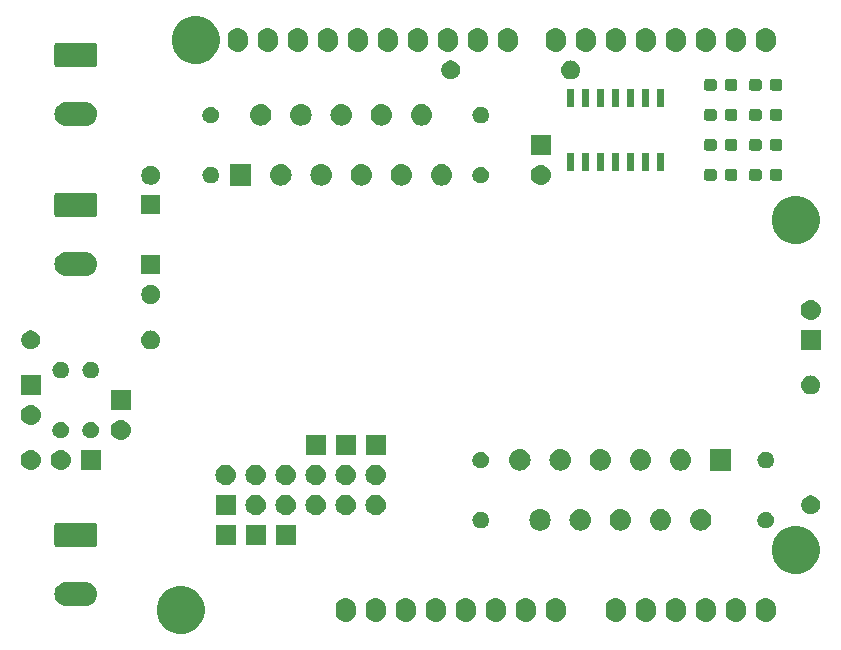
<source format=gbr>
G04 #@! TF.GenerationSoftware,KiCad,Pcbnew,(5.0.0)*
G04 #@! TF.CreationDate,2019-03-29T10:36:41+00:00*
G04 #@! TF.ProjectId,MotorDriverV1_0,4D6F746F7244726976657256315F302E,rev?*
G04 #@! TF.SameCoordinates,Original*
G04 #@! TF.FileFunction,Soldermask,Top*
G04 #@! TF.FilePolarity,Negative*
%FSLAX46Y46*%
G04 Gerber Fmt 4.6, Leading zero omitted, Abs format (unit mm)*
G04 Created by KiCad (PCBNEW (5.0.0)) date 03/29/19 10:36:41*
%MOMM*%
%LPD*%
G01*
G04 APERTURE LIST*
%ADD10C,0.100000*%
G04 APERTURE END LIST*
D10*
G36*
X125560712Y-121871088D02*
X125930510Y-122024263D01*
X125930513Y-122024265D01*
X126263325Y-122246643D01*
X126546357Y-122529675D01*
X126640807Y-122671030D01*
X126768737Y-122862490D01*
X126921912Y-123232288D01*
X127000000Y-123624864D01*
X127000000Y-124025136D01*
X126921912Y-124417712D01*
X126768737Y-124787510D01*
X126768735Y-124787513D01*
X126546357Y-125120325D01*
X126263325Y-125403357D01*
X125930513Y-125625735D01*
X125930510Y-125625737D01*
X125560712Y-125778912D01*
X125168136Y-125857000D01*
X124767864Y-125857000D01*
X124375288Y-125778912D01*
X124005490Y-125625737D01*
X124005487Y-125625735D01*
X123672675Y-125403357D01*
X123389643Y-125120325D01*
X123167265Y-124787513D01*
X123167263Y-124787510D01*
X123014088Y-124417712D01*
X122936000Y-124025136D01*
X122936000Y-123624864D01*
X123014088Y-123232288D01*
X123167263Y-122862490D01*
X123295193Y-122671030D01*
X123389643Y-122529675D01*
X123672675Y-122246643D01*
X124005487Y-122024265D01*
X124005490Y-122024263D01*
X124375288Y-121871088D01*
X124767864Y-121793000D01*
X125168136Y-121793000D01*
X125560712Y-121871088D01*
X125560712Y-121871088D01*
G37*
G36*
X139107294Y-122821496D02*
X139227726Y-122858029D01*
X139270087Y-122870879D01*
X139420112Y-122951068D01*
X139551612Y-123058988D01*
X139659532Y-123190488D01*
X139739721Y-123340512D01*
X139752571Y-123382873D01*
X139789104Y-123503305D01*
X139789104Y-123503307D01*
X139801600Y-123630179D01*
X139801600Y-124019820D01*
X139801076Y-124025136D01*
X139789104Y-124146694D01*
X139752571Y-124267128D01*
X139739721Y-124309488D01*
X139659532Y-124459512D01*
X139551612Y-124591012D01*
X139420112Y-124698932D01*
X139270088Y-124779121D01*
X139242433Y-124787510D01*
X139107295Y-124828504D01*
X138994432Y-124839620D01*
X138938001Y-124845178D01*
X138938000Y-124845178D01*
X138768706Y-124828504D01*
X138633568Y-124787510D01*
X138605913Y-124779121D01*
X138455889Y-124698932D01*
X138365946Y-124625117D01*
X138324388Y-124591012D01*
X138216469Y-124459512D01*
X138194127Y-124417713D01*
X138136279Y-124309488D01*
X138123429Y-124267127D01*
X138086896Y-124146695D01*
X138078565Y-124062112D01*
X138074400Y-124019821D01*
X138074400Y-123630180D01*
X138086896Y-123503308D01*
X138086896Y-123503306D01*
X138136278Y-123340517D01*
X138136279Y-123340513D01*
X138216468Y-123190488D01*
X138324388Y-123058988D01*
X138455888Y-122951068D01*
X138605912Y-122870879D01*
X138648273Y-122858029D01*
X138768705Y-122821496D01*
X138881568Y-122810380D01*
X138937999Y-122804822D01*
X138938000Y-122804822D01*
X139107294Y-122821496D01*
X139107294Y-122821496D01*
G37*
G36*
X174667294Y-122821496D02*
X174787726Y-122858029D01*
X174830087Y-122870879D01*
X174980112Y-122951068D01*
X175111612Y-123058988D01*
X175219532Y-123190488D01*
X175299721Y-123340512D01*
X175312571Y-123382873D01*
X175349104Y-123503305D01*
X175349104Y-123503307D01*
X175361600Y-123630179D01*
X175361600Y-124019820D01*
X175361076Y-124025136D01*
X175349104Y-124146694D01*
X175312571Y-124267128D01*
X175299721Y-124309488D01*
X175219532Y-124459512D01*
X175111612Y-124591012D01*
X174980112Y-124698932D01*
X174830088Y-124779121D01*
X174802433Y-124787510D01*
X174667295Y-124828504D01*
X174554432Y-124839620D01*
X174498001Y-124845178D01*
X174498000Y-124845178D01*
X174328706Y-124828504D01*
X174193568Y-124787510D01*
X174165913Y-124779121D01*
X174015889Y-124698932D01*
X173925946Y-124625117D01*
X173884388Y-124591012D01*
X173776469Y-124459512D01*
X173754127Y-124417713D01*
X173696279Y-124309488D01*
X173683429Y-124267127D01*
X173646896Y-124146695D01*
X173638565Y-124062112D01*
X173634400Y-124019821D01*
X173634400Y-123630180D01*
X173646896Y-123503308D01*
X173646896Y-123503306D01*
X173696278Y-123340517D01*
X173696279Y-123340513D01*
X173776468Y-123190488D01*
X173884388Y-123058988D01*
X174015888Y-122951068D01*
X174165912Y-122870879D01*
X174208273Y-122858029D01*
X174328705Y-122821496D01*
X174441568Y-122810380D01*
X174497999Y-122804822D01*
X174498000Y-122804822D01*
X174667294Y-122821496D01*
X174667294Y-122821496D01*
G37*
G36*
X172127294Y-122821496D02*
X172247726Y-122858029D01*
X172290087Y-122870879D01*
X172440112Y-122951068D01*
X172571612Y-123058988D01*
X172679532Y-123190488D01*
X172759721Y-123340512D01*
X172772571Y-123382873D01*
X172809104Y-123503305D01*
X172809104Y-123503307D01*
X172821600Y-123630179D01*
X172821600Y-124019820D01*
X172821076Y-124025136D01*
X172809104Y-124146694D01*
X172772571Y-124267128D01*
X172759721Y-124309488D01*
X172679532Y-124459512D01*
X172571612Y-124591012D01*
X172440112Y-124698932D01*
X172290088Y-124779121D01*
X172262433Y-124787510D01*
X172127295Y-124828504D01*
X172014432Y-124839620D01*
X171958001Y-124845178D01*
X171958000Y-124845178D01*
X171788706Y-124828504D01*
X171653568Y-124787510D01*
X171625913Y-124779121D01*
X171475889Y-124698932D01*
X171385946Y-124625117D01*
X171344388Y-124591012D01*
X171236469Y-124459512D01*
X171214127Y-124417713D01*
X171156279Y-124309488D01*
X171143429Y-124267127D01*
X171106896Y-124146695D01*
X171098565Y-124062112D01*
X171094400Y-124019821D01*
X171094400Y-123630180D01*
X171106896Y-123503308D01*
X171106896Y-123503306D01*
X171156278Y-123340517D01*
X171156279Y-123340513D01*
X171236468Y-123190488D01*
X171344388Y-123058988D01*
X171475888Y-122951068D01*
X171625912Y-122870879D01*
X171668273Y-122858029D01*
X171788705Y-122821496D01*
X171901568Y-122810380D01*
X171957999Y-122804822D01*
X171958000Y-122804822D01*
X172127294Y-122821496D01*
X172127294Y-122821496D01*
G37*
G36*
X169587294Y-122821496D02*
X169707726Y-122858029D01*
X169750087Y-122870879D01*
X169900112Y-122951068D01*
X170031612Y-123058988D01*
X170139532Y-123190488D01*
X170219721Y-123340512D01*
X170232571Y-123382873D01*
X170269104Y-123503305D01*
X170269104Y-123503307D01*
X170281600Y-123630179D01*
X170281600Y-124019820D01*
X170281076Y-124025136D01*
X170269104Y-124146694D01*
X170232571Y-124267128D01*
X170219721Y-124309488D01*
X170139532Y-124459512D01*
X170031612Y-124591012D01*
X169900112Y-124698932D01*
X169750088Y-124779121D01*
X169722433Y-124787510D01*
X169587295Y-124828504D01*
X169474432Y-124839620D01*
X169418001Y-124845178D01*
X169418000Y-124845178D01*
X169248706Y-124828504D01*
X169113568Y-124787510D01*
X169085913Y-124779121D01*
X168935889Y-124698932D01*
X168845946Y-124625117D01*
X168804388Y-124591012D01*
X168696469Y-124459512D01*
X168674127Y-124417713D01*
X168616279Y-124309488D01*
X168603429Y-124267127D01*
X168566896Y-124146695D01*
X168558565Y-124062112D01*
X168554400Y-124019821D01*
X168554400Y-123630180D01*
X168566896Y-123503308D01*
X168566896Y-123503306D01*
X168616278Y-123340517D01*
X168616279Y-123340513D01*
X168696468Y-123190488D01*
X168804388Y-123058988D01*
X168935888Y-122951068D01*
X169085912Y-122870879D01*
X169128273Y-122858029D01*
X169248705Y-122821496D01*
X169361568Y-122810380D01*
X169417999Y-122804822D01*
X169418000Y-122804822D01*
X169587294Y-122821496D01*
X169587294Y-122821496D01*
G37*
G36*
X167047294Y-122821496D02*
X167167726Y-122858029D01*
X167210087Y-122870879D01*
X167360112Y-122951068D01*
X167491612Y-123058988D01*
X167599532Y-123190488D01*
X167679721Y-123340512D01*
X167692571Y-123382873D01*
X167729104Y-123503305D01*
X167729104Y-123503307D01*
X167741600Y-123630179D01*
X167741600Y-124019820D01*
X167741076Y-124025136D01*
X167729104Y-124146694D01*
X167692571Y-124267128D01*
X167679721Y-124309488D01*
X167599532Y-124459512D01*
X167491612Y-124591012D01*
X167360112Y-124698932D01*
X167210088Y-124779121D01*
X167182433Y-124787510D01*
X167047295Y-124828504D01*
X166934432Y-124839620D01*
X166878001Y-124845178D01*
X166878000Y-124845178D01*
X166708706Y-124828504D01*
X166573568Y-124787510D01*
X166545913Y-124779121D01*
X166395889Y-124698932D01*
X166305946Y-124625117D01*
X166264388Y-124591012D01*
X166156469Y-124459512D01*
X166134127Y-124417713D01*
X166076279Y-124309488D01*
X166063429Y-124267127D01*
X166026896Y-124146695D01*
X166018565Y-124062112D01*
X166014400Y-124019821D01*
X166014400Y-123630180D01*
X166026896Y-123503308D01*
X166026896Y-123503306D01*
X166076278Y-123340517D01*
X166076279Y-123340513D01*
X166156468Y-123190488D01*
X166264388Y-123058988D01*
X166395888Y-122951068D01*
X166545912Y-122870879D01*
X166588273Y-122858029D01*
X166708705Y-122821496D01*
X166821568Y-122810380D01*
X166877999Y-122804822D01*
X166878000Y-122804822D01*
X167047294Y-122821496D01*
X167047294Y-122821496D01*
G37*
G36*
X164507294Y-122821496D02*
X164627726Y-122858029D01*
X164670087Y-122870879D01*
X164820112Y-122951068D01*
X164951612Y-123058988D01*
X165059532Y-123190488D01*
X165139721Y-123340512D01*
X165152571Y-123382873D01*
X165189104Y-123503305D01*
X165189104Y-123503307D01*
X165201600Y-123630179D01*
X165201600Y-124019820D01*
X165201076Y-124025136D01*
X165189104Y-124146694D01*
X165152571Y-124267128D01*
X165139721Y-124309488D01*
X165059532Y-124459512D01*
X164951612Y-124591012D01*
X164820112Y-124698932D01*
X164670088Y-124779121D01*
X164642433Y-124787510D01*
X164507295Y-124828504D01*
X164394432Y-124839620D01*
X164338001Y-124845178D01*
X164338000Y-124845178D01*
X164168706Y-124828504D01*
X164033568Y-124787510D01*
X164005913Y-124779121D01*
X163855889Y-124698932D01*
X163765946Y-124625117D01*
X163724388Y-124591012D01*
X163616469Y-124459512D01*
X163594127Y-124417713D01*
X163536279Y-124309488D01*
X163523429Y-124267127D01*
X163486896Y-124146695D01*
X163478565Y-124062112D01*
X163474400Y-124019821D01*
X163474400Y-123630180D01*
X163486896Y-123503308D01*
X163486896Y-123503306D01*
X163536278Y-123340517D01*
X163536279Y-123340513D01*
X163616468Y-123190488D01*
X163724388Y-123058988D01*
X163855888Y-122951068D01*
X164005912Y-122870879D01*
X164048273Y-122858029D01*
X164168705Y-122821496D01*
X164281568Y-122810380D01*
X164337999Y-122804822D01*
X164338000Y-122804822D01*
X164507294Y-122821496D01*
X164507294Y-122821496D01*
G37*
G36*
X161967294Y-122821496D02*
X162087726Y-122858029D01*
X162130087Y-122870879D01*
X162280112Y-122951068D01*
X162411612Y-123058988D01*
X162519532Y-123190488D01*
X162599721Y-123340512D01*
X162612571Y-123382873D01*
X162649104Y-123503305D01*
X162649104Y-123503307D01*
X162661600Y-123630179D01*
X162661600Y-124019820D01*
X162661076Y-124025136D01*
X162649104Y-124146694D01*
X162612571Y-124267128D01*
X162599721Y-124309488D01*
X162519532Y-124459512D01*
X162411612Y-124591012D01*
X162280112Y-124698932D01*
X162130088Y-124779121D01*
X162102433Y-124787510D01*
X161967295Y-124828504D01*
X161854432Y-124839620D01*
X161798001Y-124845178D01*
X161798000Y-124845178D01*
X161628706Y-124828504D01*
X161493568Y-124787510D01*
X161465913Y-124779121D01*
X161315889Y-124698932D01*
X161225946Y-124625117D01*
X161184388Y-124591012D01*
X161076469Y-124459512D01*
X161054127Y-124417713D01*
X160996279Y-124309488D01*
X160983429Y-124267127D01*
X160946896Y-124146695D01*
X160938565Y-124062112D01*
X160934400Y-124019821D01*
X160934400Y-123630180D01*
X160946896Y-123503308D01*
X160946896Y-123503306D01*
X160996278Y-123340517D01*
X160996279Y-123340513D01*
X161076468Y-123190488D01*
X161184388Y-123058988D01*
X161315888Y-122951068D01*
X161465912Y-122870879D01*
X161508273Y-122858029D01*
X161628705Y-122821496D01*
X161741568Y-122810380D01*
X161797999Y-122804822D01*
X161798000Y-122804822D01*
X161967294Y-122821496D01*
X161967294Y-122821496D01*
G37*
G36*
X154347294Y-122821496D02*
X154467726Y-122858029D01*
X154510087Y-122870879D01*
X154660112Y-122951068D01*
X154791612Y-123058988D01*
X154899532Y-123190488D01*
X154979721Y-123340512D01*
X154992571Y-123382873D01*
X155029104Y-123503305D01*
X155029104Y-123503307D01*
X155041600Y-123630179D01*
X155041600Y-124019820D01*
X155041076Y-124025136D01*
X155029104Y-124146694D01*
X154992571Y-124267128D01*
X154979721Y-124309488D01*
X154899532Y-124459512D01*
X154791612Y-124591012D01*
X154660112Y-124698932D01*
X154510088Y-124779121D01*
X154482433Y-124787510D01*
X154347295Y-124828504D01*
X154234432Y-124839620D01*
X154178001Y-124845178D01*
X154178000Y-124845178D01*
X154008706Y-124828504D01*
X153873568Y-124787510D01*
X153845913Y-124779121D01*
X153695889Y-124698932D01*
X153605946Y-124625117D01*
X153564388Y-124591012D01*
X153456469Y-124459512D01*
X153434127Y-124417713D01*
X153376279Y-124309488D01*
X153363429Y-124267127D01*
X153326896Y-124146695D01*
X153318565Y-124062112D01*
X153314400Y-124019821D01*
X153314400Y-123630180D01*
X153326896Y-123503308D01*
X153326896Y-123503306D01*
X153376278Y-123340517D01*
X153376279Y-123340513D01*
X153456468Y-123190488D01*
X153564388Y-123058988D01*
X153695888Y-122951068D01*
X153845912Y-122870879D01*
X153888273Y-122858029D01*
X154008705Y-122821496D01*
X154121568Y-122810380D01*
X154177999Y-122804822D01*
X154178000Y-122804822D01*
X154347294Y-122821496D01*
X154347294Y-122821496D01*
G37*
G36*
X151807294Y-122821496D02*
X151927726Y-122858029D01*
X151970087Y-122870879D01*
X152120112Y-122951068D01*
X152251612Y-123058988D01*
X152359532Y-123190488D01*
X152439721Y-123340512D01*
X152452571Y-123382873D01*
X152489104Y-123503305D01*
X152489104Y-123503307D01*
X152501600Y-123630179D01*
X152501600Y-124019820D01*
X152501076Y-124025136D01*
X152489104Y-124146694D01*
X152452571Y-124267128D01*
X152439721Y-124309488D01*
X152359532Y-124459512D01*
X152251612Y-124591012D01*
X152120112Y-124698932D01*
X151970088Y-124779121D01*
X151942433Y-124787510D01*
X151807295Y-124828504D01*
X151694432Y-124839620D01*
X151638001Y-124845178D01*
X151638000Y-124845178D01*
X151468706Y-124828504D01*
X151333568Y-124787510D01*
X151305913Y-124779121D01*
X151155889Y-124698932D01*
X151065946Y-124625117D01*
X151024388Y-124591012D01*
X150916469Y-124459512D01*
X150894127Y-124417713D01*
X150836279Y-124309488D01*
X150823429Y-124267127D01*
X150786896Y-124146695D01*
X150778565Y-124062112D01*
X150774400Y-124019821D01*
X150774400Y-123630180D01*
X150786896Y-123503308D01*
X150786896Y-123503306D01*
X150836278Y-123340517D01*
X150836279Y-123340513D01*
X150916468Y-123190488D01*
X151024388Y-123058988D01*
X151155888Y-122951068D01*
X151305912Y-122870879D01*
X151348273Y-122858029D01*
X151468705Y-122821496D01*
X151581568Y-122810380D01*
X151637999Y-122804822D01*
X151638000Y-122804822D01*
X151807294Y-122821496D01*
X151807294Y-122821496D01*
G37*
G36*
X149267294Y-122821496D02*
X149387726Y-122858029D01*
X149430087Y-122870879D01*
X149580112Y-122951068D01*
X149711612Y-123058988D01*
X149819532Y-123190488D01*
X149899721Y-123340512D01*
X149912571Y-123382873D01*
X149949104Y-123503305D01*
X149949104Y-123503307D01*
X149961600Y-123630179D01*
X149961600Y-124019820D01*
X149961076Y-124025136D01*
X149949104Y-124146694D01*
X149912571Y-124267128D01*
X149899721Y-124309488D01*
X149819532Y-124459512D01*
X149711612Y-124591012D01*
X149580112Y-124698932D01*
X149430088Y-124779121D01*
X149402433Y-124787510D01*
X149267295Y-124828504D01*
X149154432Y-124839620D01*
X149098001Y-124845178D01*
X149098000Y-124845178D01*
X148928706Y-124828504D01*
X148793568Y-124787510D01*
X148765913Y-124779121D01*
X148615889Y-124698932D01*
X148525946Y-124625117D01*
X148484388Y-124591012D01*
X148376469Y-124459512D01*
X148354127Y-124417713D01*
X148296279Y-124309488D01*
X148283429Y-124267127D01*
X148246896Y-124146695D01*
X148238565Y-124062112D01*
X148234400Y-124019821D01*
X148234400Y-123630180D01*
X148246896Y-123503308D01*
X148246896Y-123503306D01*
X148296278Y-123340517D01*
X148296279Y-123340513D01*
X148376468Y-123190488D01*
X148484388Y-123058988D01*
X148615888Y-122951068D01*
X148765912Y-122870879D01*
X148808273Y-122858029D01*
X148928705Y-122821496D01*
X149041568Y-122810380D01*
X149097999Y-122804822D01*
X149098000Y-122804822D01*
X149267294Y-122821496D01*
X149267294Y-122821496D01*
G37*
G36*
X146727294Y-122821496D02*
X146847726Y-122858029D01*
X146890087Y-122870879D01*
X147040112Y-122951068D01*
X147171612Y-123058988D01*
X147279532Y-123190488D01*
X147359721Y-123340512D01*
X147372571Y-123382873D01*
X147409104Y-123503305D01*
X147409104Y-123503307D01*
X147421600Y-123630179D01*
X147421600Y-124019820D01*
X147421076Y-124025136D01*
X147409104Y-124146694D01*
X147372571Y-124267128D01*
X147359721Y-124309488D01*
X147279532Y-124459512D01*
X147171612Y-124591012D01*
X147040112Y-124698932D01*
X146890088Y-124779121D01*
X146862433Y-124787510D01*
X146727295Y-124828504D01*
X146614432Y-124839620D01*
X146558001Y-124845178D01*
X146558000Y-124845178D01*
X146388706Y-124828504D01*
X146253568Y-124787510D01*
X146225913Y-124779121D01*
X146075889Y-124698932D01*
X145985946Y-124625117D01*
X145944388Y-124591012D01*
X145836469Y-124459512D01*
X145814127Y-124417713D01*
X145756279Y-124309488D01*
X145743429Y-124267127D01*
X145706896Y-124146695D01*
X145698565Y-124062112D01*
X145694400Y-124019821D01*
X145694400Y-123630180D01*
X145706896Y-123503308D01*
X145706896Y-123503306D01*
X145756278Y-123340517D01*
X145756279Y-123340513D01*
X145836468Y-123190488D01*
X145944388Y-123058988D01*
X146075888Y-122951068D01*
X146225912Y-122870879D01*
X146268273Y-122858029D01*
X146388705Y-122821496D01*
X146501568Y-122810380D01*
X146557999Y-122804822D01*
X146558000Y-122804822D01*
X146727294Y-122821496D01*
X146727294Y-122821496D01*
G37*
G36*
X144187294Y-122821496D02*
X144307726Y-122858029D01*
X144350087Y-122870879D01*
X144500112Y-122951068D01*
X144631612Y-123058988D01*
X144739532Y-123190488D01*
X144819721Y-123340512D01*
X144832571Y-123382873D01*
X144869104Y-123503305D01*
X144869104Y-123503307D01*
X144881600Y-123630179D01*
X144881600Y-124019820D01*
X144881076Y-124025136D01*
X144869104Y-124146694D01*
X144832571Y-124267128D01*
X144819721Y-124309488D01*
X144739532Y-124459512D01*
X144631612Y-124591012D01*
X144500112Y-124698932D01*
X144350088Y-124779121D01*
X144322433Y-124787510D01*
X144187295Y-124828504D01*
X144074432Y-124839620D01*
X144018001Y-124845178D01*
X144018000Y-124845178D01*
X143848706Y-124828504D01*
X143713568Y-124787510D01*
X143685913Y-124779121D01*
X143535889Y-124698932D01*
X143445946Y-124625117D01*
X143404388Y-124591012D01*
X143296469Y-124459512D01*
X143274127Y-124417713D01*
X143216279Y-124309488D01*
X143203429Y-124267127D01*
X143166896Y-124146695D01*
X143158565Y-124062112D01*
X143154400Y-124019821D01*
X143154400Y-123630180D01*
X143166896Y-123503308D01*
X143166896Y-123503306D01*
X143216278Y-123340517D01*
X143216279Y-123340513D01*
X143296468Y-123190488D01*
X143404388Y-123058988D01*
X143535888Y-122951068D01*
X143685912Y-122870879D01*
X143728273Y-122858029D01*
X143848705Y-122821496D01*
X143961568Y-122810380D01*
X144017999Y-122804822D01*
X144018000Y-122804822D01*
X144187294Y-122821496D01*
X144187294Y-122821496D01*
G37*
G36*
X141647294Y-122821496D02*
X141767726Y-122858029D01*
X141810087Y-122870879D01*
X141960112Y-122951068D01*
X142091612Y-123058988D01*
X142199532Y-123190488D01*
X142279721Y-123340512D01*
X142292571Y-123382873D01*
X142329104Y-123503305D01*
X142329104Y-123503307D01*
X142341600Y-123630179D01*
X142341600Y-124019820D01*
X142341076Y-124025136D01*
X142329104Y-124146694D01*
X142292571Y-124267128D01*
X142279721Y-124309488D01*
X142199532Y-124459512D01*
X142091612Y-124591012D01*
X141960112Y-124698932D01*
X141810088Y-124779121D01*
X141782433Y-124787510D01*
X141647295Y-124828504D01*
X141534432Y-124839620D01*
X141478001Y-124845178D01*
X141478000Y-124845178D01*
X141308706Y-124828504D01*
X141173568Y-124787510D01*
X141145913Y-124779121D01*
X140995889Y-124698932D01*
X140905946Y-124625117D01*
X140864388Y-124591012D01*
X140756469Y-124459512D01*
X140734127Y-124417713D01*
X140676279Y-124309488D01*
X140663429Y-124267127D01*
X140626896Y-124146695D01*
X140618565Y-124062112D01*
X140614400Y-124019821D01*
X140614400Y-123630180D01*
X140626896Y-123503308D01*
X140626896Y-123503306D01*
X140676278Y-123340517D01*
X140676279Y-123340513D01*
X140756468Y-123190488D01*
X140864388Y-123058988D01*
X140995888Y-122951068D01*
X141145912Y-122870879D01*
X141188273Y-122858029D01*
X141308705Y-122821496D01*
X141421568Y-122810380D01*
X141477999Y-122804822D01*
X141478000Y-122804822D01*
X141647294Y-122821496D01*
X141647294Y-122821496D01*
G37*
G36*
X156887294Y-122821496D02*
X157007726Y-122858029D01*
X157050087Y-122870879D01*
X157200112Y-122951068D01*
X157331612Y-123058988D01*
X157439532Y-123190488D01*
X157519721Y-123340512D01*
X157532571Y-123382873D01*
X157569104Y-123503305D01*
X157569104Y-123503307D01*
X157581600Y-123630179D01*
X157581600Y-124019820D01*
X157581076Y-124025136D01*
X157569104Y-124146694D01*
X157532571Y-124267128D01*
X157519721Y-124309488D01*
X157439532Y-124459512D01*
X157331612Y-124591012D01*
X157200112Y-124698932D01*
X157050088Y-124779121D01*
X157022433Y-124787510D01*
X156887295Y-124828504D01*
X156774432Y-124839620D01*
X156718001Y-124845178D01*
X156718000Y-124845178D01*
X156548706Y-124828504D01*
X156413568Y-124787510D01*
X156385913Y-124779121D01*
X156235889Y-124698932D01*
X156145946Y-124625117D01*
X156104388Y-124591012D01*
X155996469Y-124459512D01*
X155974127Y-124417713D01*
X155916279Y-124309488D01*
X155903429Y-124267127D01*
X155866896Y-124146695D01*
X155858565Y-124062112D01*
X155854400Y-124019821D01*
X155854400Y-123630180D01*
X155866896Y-123503308D01*
X155866896Y-123503306D01*
X155916278Y-123340517D01*
X155916279Y-123340513D01*
X155996468Y-123190488D01*
X156104388Y-123058988D01*
X156235888Y-122951068D01*
X156385912Y-122870879D01*
X156428273Y-122858029D01*
X156548705Y-122821496D01*
X156661568Y-122810380D01*
X156717999Y-122804822D01*
X156718000Y-122804822D01*
X156887294Y-122821496D01*
X156887294Y-122821496D01*
G37*
G36*
X117074030Y-121489469D02*
X117074033Y-121489470D01*
X117074034Y-121489470D01*
X117262535Y-121546651D01*
X117262537Y-121546652D01*
X117436260Y-121639509D01*
X117588528Y-121764472D01*
X117713491Y-121916740D01*
X117806348Y-122090463D01*
X117863531Y-122278970D01*
X117882838Y-122475000D01*
X117863531Y-122671030D01*
X117806348Y-122859537D01*
X117713491Y-123033260D01*
X117588528Y-123185528D01*
X117436260Y-123310491D01*
X117436258Y-123310492D01*
X117262535Y-123403349D01*
X117074034Y-123460530D01*
X117074033Y-123460530D01*
X117074030Y-123460531D01*
X116927124Y-123475000D01*
X115228876Y-123475000D01*
X115081970Y-123460531D01*
X115081967Y-123460530D01*
X115081966Y-123460530D01*
X114893465Y-123403349D01*
X114719742Y-123310492D01*
X114719740Y-123310491D01*
X114567472Y-123185528D01*
X114442509Y-123033260D01*
X114349652Y-122859537D01*
X114292469Y-122671030D01*
X114273162Y-122475000D01*
X114292469Y-122278970D01*
X114349652Y-122090463D01*
X114442509Y-121916740D01*
X114567472Y-121764472D01*
X114719740Y-121639509D01*
X114893463Y-121546652D01*
X114893465Y-121546651D01*
X115081966Y-121489470D01*
X115081967Y-121489470D01*
X115081970Y-121489469D01*
X115228876Y-121475000D01*
X116927124Y-121475000D01*
X117074030Y-121489469D01*
X117074030Y-121489469D01*
G37*
G36*
X177630712Y-116791088D02*
X178000510Y-116944263D01*
X178000513Y-116944265D01*
X178333325Y-117166643D01*
X178616357Y-117449675D01*
X178838735Y-117782487D01*
X178838737Y-117782490D01*
X178991912Y-118152288D01*
X179070000Y-118544864D01*
X179070000Y-118945136D01*
X178991912Y-119337712D01*
X178838737Y-119707510D01*
X178838735Y-119707513D01*
X178616357Y-120040325D01*
X178333325Y-120323357D01*
X178000513Y-120545735D01*
X178000510Y-120545737D01*
X177630712Y-120698912D01*
X177238136Y-120777000D01*
X176837864Y-120777000D01*
X176445288Y-120698912D01*
X176075490Y-120545737D01*
X176075487Y-120545735D01*
X175742675Y-120323357D01*
X175459643Y-120040325D01*
X175237265Y-119707513D01*
X175237263Y-119707510D01*
X175084088Y-119337712D01*
X175006000Y-118945136D01*
X175006000Y-118544864D01*
X175084088Y-118152288D01*
X175237263Y-117782490D01*
X175237265Y-117782487D01*
X175459643Y-117449675D01*
X175742675Y-117166643D01*
X176075487Y-116944265D01*
X176075490Y-116944263D01*
X176445288Y-116791088D01*
X176837864Y-116713000D01*
X177238136Y-116713000D01*
X177630712Y-116791088D01*
X177630712Y-116791088D01*
G37*
G36*
X117752116Y-116478595D02*
X117781313Y-116487452D01*
X117808218Y-116501833D01*
X117831808Y-116521192D01*
X117851167Y-116544782D01*
X117865548Y-116571687D01*
X117874405Y-116600884D01*
X117878000Y-116637390D01*
X117878000Y-118312610D01*
X117874405Y-118349116D01*
X117865548Y-118378313D01*
X117851167Y-118405218D01*
X117831808Y-118428808D01*
X117808218Y-118448167D01*
X117781313Y-118462548D01*
X117752116Y-118471405D01*
X117715610Y-118475000D01*
X114440390Y-118475000D01*
X114403884Y-118471405D01*
X114374687Y-118462548D01*
X114347782Y-118448167D01*
X114324192Y-118428808D01*
X114304833Y-118405218D01*
X114290452Y-118378313D01*
X114281595Y-118349116D01*
X114278000Y-118312610D01*
X114278000Y-116637390D01*
X114281595Y-116600884D01*
X114290452Y-116571687D01*
X114304833Y-116544782D01*
X114324192Y-116521192D01*
X114347782Y-116501833D01*
X114374687Y-116487452D01*
X114403884Y-116478595D01*
X114440390Y-116475000D01*
X117715610Y-116475000D01*
X117752116Y-116478595D01*
X117752116Y-116478595D01*
G37*
G36*
X129628000Y-118325000D02*
X127928000Y-118325000D01*
X127928000Y-116625000D01*
X129628000Y-116625000D01*
X129628000Y-118325000D01*
X129628000Y-118325000D01*
G37*
G36*
X132168000Y-118325000D02*
X130468000Y-118325000D01*
X130468000Y-116625000D01*
X132168000Y-116625000D01*
X132168000Y-118325000D01*
X132168000Y-118325000D01*
G37*
G36*
X134708000Y-118325000D02*
X133008000Y-118325000D01*
X133008000Y-116625000D01*
X134708000Y-116625000D01*
X134708000Y-118325000D01*
X134708000Y-118325000D01*
G37*
G36*
X162364432Y-115318022D02*
X162534081Y-115369485D01*
X162690433Y-115453056D01*
X162827475Y-115565525D01*
X162939944Y-115702567D01*
X163023515Y-115858919D01*
X163074978Y-116028568D01*
X163092354Y-116205000D01*
X163074978Y-116381432D01*
X163023515Y-116551081D01*
X162939944Y-116707433D01*
X162827475Y-116844475D01*
X162690433Y-116956944D01*
X162534081Y-117040515D01*
X162364432Y-117091978D01*
X162232211Y-117105000D01*
X162143789Y-117105000D01*
X162011568Y-117091978D01*
X161841919Y-117040515D01*
X161685567Y-116956944D01*
X161548525Y-116844475D01*
X161436056Y-116707433D01*
X161352485Y-116551081D01*
X161301022Y-116381432D01*
X161283646Y-116205000D01*
X161301022Y-116028568D01*
X161352485Y-115858919D01*
X161436056Y-115702567D01*
X161548525Y-115565525D01*
X161685567Y-115453056D01*
X161841919Y-115369485D01*
X162011568Y-115318022D01*
X162143789Y-115305000D01*
X162232211Y-115305000D01*
X162364432Y-115318022D01*
X162364432Y-115318022D01*
G37*
G36*
X169164432Y-115318022D02*
X169334081Y-115369485D01*
X169490433Y-115453056D01*
X169627475Y-115565525D01*
X169739944Y-115702567D01*
X169823515Y-115858919D01*
X169874978Y-116028568D01*
X169892354Y-116205000D01*
X169874978Y-116381432D01*
X169823515Y-116551081D01*
X169739944Y-116707433D01*
X169627475Y-116844475D01*
X169490433Y-116956944D01*
X169334081Y-117040515D01*
X169164432Y-117091978D01*
X169032211Y-117105000D01*
X168943789Y-117105000D01*
X168811568Y-117091978D01*
X168641919Y-117040515D01*
X168485567Y-116956944D01*
X168348525Y-116844475D01*
X168236056Y-116707433D01*
X168152485Y-116551081D01*
X168101022Y-116381432D01*
X168083646Y-116205000D01*
X168101022Y-116028568D01*
X168152485Y-115858919D01*
X168236056Y-115702567D01*
X168348525Y-115565525D01*
X168485567Y-115453056D01*
X168641919Y-115369485D01*
X168811568Y-115318022D01*
X168943789Y-115305000D01*
X169032211Y-115305000D01*
X169164432Y-115318022D01*
X169164432Y-115318022D01*
G37*
G36*
X165764432Y-115318022D02*
X165934081Y-115369485D01*
X166090433Y-115453056D01*
X166227475Y-115565525D01*
X166339944Y-115702567D01*
X166423515Y-115858919D01*
X166474978Y-116028568D01*
X166492354Y-116205000D01*
X166474978Y-116381432D01*
X166423515Y-116551081D01*
X166339944Y-116707433D01*
X166227475Y-116844475D01*
X166090433Y-116956944D01*
X165934081Y-117040515D01*
X165764432Y-117091978D01*
X165632211Y-117105000D01*
X165543789Y-117105000D01*
X165411568Y-117091978D01*
X165241919Y-117040515D01*
X165085567Y-116956944D01*
X164948525Y-116844475D01*
X164836056Y-116707433D01*
X164752485Y-116551081D01*
X164701022Y-116381432D01*
X164683646Y-116205000D01*
X164701022Y-116028568D01*
X164752485Y-115858919D01*
X164836056Y-115702567D01*
X164948525Y-115565525D01*
X165085567Y-115453056D01*
X165241919Y-115369485D01*
X165411568Y-115318022D01*
X165543789Y-115305000D01*
X165632211Y-115305000D01*
X165764432Y-115318022D01*
X165764432Y-115318022D01*
G37*
G36*
X158964432Y-115318022D02*
X159134081Y-115369485D01*
X159290433Y-115453056D01*
X159427475Y-115565525D01*
X159539944Y-115702567D01*
X159623515Y-115858919D01*
X159674978Y-116028568D01*
X159692354Y-116205000D01*
X159674978Y-116381432D01*
X159623515Y-116551081D01*
X159539944Y-116707433D01*
X159427475Y-116844475D01*
X159290433Y-116956944D01*
X159134081Y-117040515D01*
X158964432Y-117091978D01*
X158832211Y-117105000D01*
X158743789Y-117105000D01*
X158611568Y-117091978D01*
X158441919Y-117040515D01*
X158285567Y-116956944D01*
X158148525Y-116844475D01*
X158036056Y-116707433D01*
X157952485Y-116551081D01*
X157901022Y-116381432D01*
X157883646Y-116205000D01*
X157901022Y-116028568D01*
X157952485Y-115858919D01*
X158036056Y-115702567D01*
X158148525Y-115565525D01*
X158285567Y-115453056D01*
X158441919Y-115369485D01*
X158611568Y-115318022D01*
X158743789Y-115305000D01*
X158832211Y-115305000D01*
X158964432Y-115318022D01*
X158964432Y-115318022D01*
G37*
G36*
X155564432Y-115318022D02*
X155734081Y-115369485D01*
X155890433Y-115453056D01*
X156027475Y-115565525D01*
X156139944Y-115702567D01*
X156223515Y-115858919D01*
X156274978Y-116028568D01*
X156292354Y-116205000D01*
X156274978Y-116381432D01*
X156223515Y-116551081D01*
X156139944Y-116707433D01*
X156027475Y-116844475D01*
X155890433Y-116956944D01*
X155734081Y-117040515D01*
X155564432Y-117091978D01*
X155432211Y-117105000D01*
X155343789Y-117105000D01*
X155211568Y-117091978D01*
X155041919Y-117040515D01*
X154885567Y-116956944D01*
X154748525Y-116844475D01*
X154636056Y-116707433D01*
X154552485Y-116551081D01*
X154501022Y-116381432D01*
X154483646Y-116205000D01*
X154501022Y-116028568D01*
X154552485Y-115858919D01*
X154636056Y-115702567D01*
X154748525Y-115565525D01*
X154885567Y-115453056D01*
X155041919Y-115369485D01*
X155211568Y-115318022D01*
X155343789Y-115305000D01*
X155432211Y-115305000D01*
X155564432Y-115318022D01*
X155564432Y-115318022D01*
G37*
G36*
X150505224Y-115515128D02*
X150637175Y-115555155D01*
X150758781Y-115620155D01*
X150865370Y-115707630D01*
X150952845Y-115814219D01*
X151017845Y-115935825D01*
X151057872Y-116067776D01*
X151071387Y-116205000D01*
X151057872Y-116342224D01*
X151017845Y-116474175D01*
X150952845Y-116595781D01*
X150865370Y-116702370D01*
X150758781Y-116789845D01*
X150637175Y-116854845D01*
X150505224Y-116894872D01*
X150402390Y-116905000D01*
X150333610Y-116905000D01*
X150230776Y-116894872D01*
X150098825Y-116854845D01*
X149977219Y-116789845D01*
X149870630Y-116702370D01*
X149783155Y-116595781D01*
X149718155Y-116474175D01*
X149678128Y-116342224D01*
X149664613Y-116205000D01*
X149678128Y-116067776D01*
X149718155Y-115935825D01*
X149783155Y-115814219D01*
X149870630Y-115707630D01*
X149977219Y-115620155D01*
X150098825Y-115555155D01*
X150230776Y-115515128D01*
X150333610Y-115505000D01*
X150402390Y-115505000D01*
X150505224Y-115515128D01*
X150505224Y-115515128D01*
G37*
G36*
X174702183Y-115531900D02*
X174829574Y-115584668D01*
X174937126Y-115656531D01*
X174944225Y-115661275D01*
X175041725Y-115758775D01*
X175118332Y-115873426D01*
X175171100Y-116000817D01*
X175198000Y-116136055D01*
X175198000Y-116273945D01*
X175171100Y-116409183D01*
X175118332Y-116536574D01*
X175041726Y-116651224D01*
X174944224Y-116748726D01*
X174880824Y-116791088D01*
X174829574Y-116825332D01*
X174702183Y-116878100D01*
X174566945Y-116905000D01*
X174429055Y-116905000D01*
X174293817Y-116878100D01*
X174166426Y-116825332D01*
X174115176Y-116791088D01*
X174051776Y-116748726D01*
X173954274Y-116651224D01*
X173877668Y-116536574D01*
X173824900Y-116409183D01*
X173798000Y-116273945D01*
X173798000Y-116136055D01*
X173824900Y-116000817D01*
X173877668Y-115873426D01*
X173954275Y-115758775D01*
X174051775Y-115661275D01*
X174058875Y-115656531D01*
X174166426Y-115584668D01*
X174293817Y-115531900D01*
X174429055Y-115505000D01*
X174566945Y-115505000D01*
X174702183Y-115531900D01*
X174702183Y-115531900D01*
G37*
G36*
X129641600Y-115798600D02*
X127914400Y-115798600D01*
X127914400Y-114071400D01*
X129641600Y-114071400D01*
X129641600Y-115798600D01*
X129641600Y-115798600D01*
G37*
G36*
X141562712Y-114075565D02*
X141647295Y-114083896D01*
X141767727Y-114120429D01*
X141810088Y-114133279D01*
X141960112Y-114213468D01*
X142091612Y-114321388D01*
X142199532Y-114452888D01*
X142279721Y-114602912D01*
X142279722Y-114602916D01*
X142329104Y-114765705D01*
X142345778Y-114935000D01*
X142329104Y-115104295D01*
X142309672Y-115168352D01*
X142279721Y-115267088D01*
X142199532Y-115417112D01*
X142091612Y-115548612D01*
X141960112Y-115656532D01*
X141810088Y-115736721D01*
X141767727Y-115749571D01*
X141647295Y-115786104D01*
X141562712Y-115794435D01*
X141520421Y-115798600D01*
X141435579Y-115798600D01*
X141393288Y-115794435D01*
X141308705Y-115786104D01*
X141188273Y-115749571D01*
X141145912Y-115736721D01*
X140995888Y-115656532D01*
X140864388Y-115548612D01*
X140756468Y-115417112D01*
X140676279Y-115267088D01*
X140646328Y-115168352D01*
X140626896Y-115104295D01*
X140610222Y-114935000D01*
X140626896Y-114765705D01*
X140676278Y-114602916D01*
X140676279Y-114602912D01*
X140756468Y-114452888D01*
X140864388Y-114321388D01*
X140995888Y-114213468D01*
X141145912Y-114133279D01*
X141188273Y-114120429D01*
X141308705Y-114083896D01*
X141393288Y-114075565D01*
X141435579Y-114071400D01*
X141520421Y-114071400D01*
X141562712Y-114075565D01*
X141562712Y-114075565D01*
G37*
G36*
X131402712Y-114075565D02*
X131487295Y-114083896D01*
X131607727Y-114120429D01*
X131650088Y-114133279D01*
X131800112Y-114213468D01*
X131931612Y-114321388D01*
X132039532Y-114452888D01*
X132119721Y-114602912D01*
X132119722Y-114602916D01*
X132169104Y-114765705D01*
X132185778Y-114935000D01*
X132169104Y-115104295D01*
X132149672Y-115168352D01*
X132119721Y-115267088D01*
X132039532Y-115417112D01*
X131931612Y-115548612D01*
X131800112Y-115656532D01*
X131650088Y-115736721D01*
X131607727Y-115749571D01*
X131487295Y-115786104D01*
X131402712Y-115794435D01*
X131360421Y-115798600D01*
X131275579Y-115798600D01*
X131233288Y-115794435D01*
X131148705Y-115786104D01*
X131028273Y-115749571D01*
X130985912Y-115736721D01*
X130835888Y-115656532D01*
X130704388Y-115548612D01*
X130596468Y-115417112D01*
X130516279Y-115267088D01*
X130486328Y-115168352D01*
X130466896Y-115104295D01*
X130450222Y-114935000D01*
X130466896Y-114765705D01*
X130516278Y-114602916D01*
X130516279Y-114602912D01*
X130596468Y-114452888D01*
X130704388Y-114321388D01*
X130835888Y-114213468D01*
X130985912Y-114133279D01*
X131028273Y-114120429D01*
X131148705Y-114083896D01*
X131233288Y-114075565D01*
X131275579Y-114071400D01*
X131360421Y-114071400D01*
X131402712Y-114075565D01*
X131402712Y-114075565D01*
G37*
G36*
X133942712Y-114075565D02*
X134027295Y-114083896D01*
X134147727Y-114120429D01*
X134190088Y-114133279D01*
X134340112Y-114213468D01*
X134471612Y-114321388D01*
X134579532Y-114452888D01*
X134659721Y-114602912D01*
X134659722Y-114602916D01*
X134709104Y-114765705D01*
X134725778Y-114935000D01*
X134709104Y-115104295D01*
X134689672Y-115168352D01*
X134659721Y-115267088D01*
X134579532Y-115417112D01*
X134471612Y-115548612D01*
X134340112Y-115656532D01*
X134190088Y-115736721D01*
X134147727Y-115749571D01*
X134027295Y-115786104D01*
X133942712Y-115794435D01*
X133900421Y-115798600D01*
X133815579Y-115798600D01*
X133773288Y-115794435D01*
X133688705Y-115786104D01*
X133568273Y-115749571D01*
X133525912Y-115736721D01*
X133375888Y-115656532D01*
X133244388Y-115548612D01*
X133136468Y-115417112D01*
X133056279Y-115267088D01*
X133026328Y-115168352D01*
X133006896Y-115104295D01*
X132990222Y-114935000D01*
X133006896Y-114765705D01*
X133056278Y-114602916D01*
X133056279Y-114602912D01*
X133136468Y-114452888D01*
X133244388Y-114321388D01*
X133375888Y-114213468D01*
X133525912Y-114133279D01*
X133568273Y-114120429D01*
X133688705Y-114083896D01*
X133773288Y-114075565D01*
X133815579Y-114071400D01*
X133900421Y-114071400D01*
X133942712Y-114075565D01*
X133942712Y-114075565D01*
G37*
G36*
X139022712Y-114075565D02*
X139107295Y-114083896D01*
X139227727Y-114120429D01*
X139270088Y-114133279D01*
X139420112Y-114213468D01*
X139551612Y-114321388D01*
X139659532Y-114452888D01*
X139739721Y-114602912D01*
X139739722Y-114602916D01*
X139789104Y-114765705D01*
X139805778Y-114935000D01*
X139789104Y-115104295D01*
X139769672Y-115168352D01*
X139739721Y-115267088D01*
X139659532Y-115417112D01*
X139551612Y-115548612D01*
X139420112Y-115656532D01*
X139270088Y-115736721D01*
X139227727Y-115749571D01*
X139107295Y-115786104D01*
X139022712Y-115794435D01*
X138980421Y-115798600D01*
X138895579Y-115798600D01*
X138853288Y-115794435D01*
X138768705Y-115786104D01*
X138648273Y-115749571D01*
X138605912Y-115736721D01*
X138455888Y-115656532D01*
X138324388Y-115548612D01*
X138216468Y-115417112D01*
X138136279Y-115267088D01*
X138106328Y-115168352D01*
X138086896Y-115104295D01*
X138070222Y-114935000D01*
X138086896Y-114765705D01*
X138136278Y-114602916D01*
X138136279Y-114602912D01*
X138216468Y-114452888D01*
X138324388Y-114321388D01*
X138455888Y-114213468D01*
X138605912Y-114133279D01*
X138648273Y-114120429D01*
X138768705Y-114083896D01*
X138853288Y-114075565D01*
X138895579Y-114071400D01*
X138980421Y-114071400D01*
X139022712Y-114075565D01*
X139022712Y-114075565D01*
G37*
G36*
X136482712Y-114075565D02*
X136567295Y-114083896D01*
X136687727Y-114120429D01*
X136730088Y-114133279D01*
X136880112Y-114213468D01*
X137011612Y-114321388D01*
X137119532Y-114452888D01*
X137199721Y-114602912D01*
X137199722Y-114602916D01*
X137249104Y-114765705D01*
X137265778Y-114935000D01*
X137249104Y-115104295D01*
X137229672Y-115168352D01*
X137199721Y-115267088D01*
X137119532Y-115417112D01*
X137011612Y-115548612D01*
X136880112Y-115656532D01*
X136730088Y-115736721D01*
X136687727Y-115749571D01*
X136567295Y-115786104D01*
X136482712Y-115794435D01*
X136440421Y-115798600D01*
X136355579Y-115798600D01*
X136313288Y-115794435D01*
X136228705Y-115786104D01*
X136108273Y-115749571D01*
X136065912Y-115736721D01*
X135915888Y-115656532D01*
X135784388Y-115548612D01*
X135676468Y-115417112D01*
X135596279Y-115267088D01*
X135566328Y-115168352D01*
X135546896Y-115104295D01*
X135530222Y-114935000D01*
X135546896Y-114765705D01*
X135596278Y-114602916D01*
X135596279Y-114602912D01*
X135676468Y-114452888D01*
X135784388Y-114321388D01*
X135915888Y-114213468D01*
X136065912Y-114133279D01*
X136108273Y-114120429D01*
X136228705Y-114083896D01*
X136313288Y-114075565D01*
X136355579Y-114071400D01*
X136440421Y-114071400D01*
X136482712Y-114075565D01*
X136482712Y-114075565D01*
G37*
G36*
X178541352Y-114165743D02*
X178686941Y-114226048D01*
X178817973Y-114313601D01*
X178929399Y-114425027D01*
X179016952Y-114556059D01*
X179077257Y-114701648D01*
X179108000Y-114856205D01*
X179108000Y-115013795D01*
X179077257Y-115168352D01*
X179016952Y-115313941D01*
X178929399Y-115444973D01*
X178817973Y-115556399D01*
X178686941Y-115643952D01*
X178541352Y-115704257D01*
X178386795Y-115735000D01*
X178229205Y-115735000D01*
X178074648Y-115704257D01*
X177929059Y-115643952D01*
X177798027Y-115556399D01*
X177686601Y-115444973D01*
X177599048Y-115313941D01*
X177538743Y-115168352D01*
X177508000Y-115013795D01*
X177508000Y-114856205D01*
X177538743Y-114701648D01*
X177599048Y-114556059D01*
X177686601Y-114425027D01*
X177798027Y-114313601D01*
X177929059Y-114226048D01*
X178074648Y-114165743D01*
X178229205Y-114135000D01*
X178386795Y-114135000D01*
X178541352Y-114165743D01*
X178541352Y-114165743D01*
G37*
G36*
X131402712Y-111535565D02*
X131487295Y-111543896D01*
X131607727Y-111580429D01*
X131650088Y-111593279D01*
X131800112Y-111673468D01*
X131931612Y-111781388D01*
X132039532Y-111912888D01*
X132119721Y-112062912D01*
X132119722Y-112062916D01*
X132169104Y-112225705D01*
X132185778Y-112395000D01*
X132169104Y-112564295D01*
X132132571Y-112684727D01*
X132119721Y-112727088D01*
X132039532Y-112877112D01*
X131931612Y-113008612D01*
X131800112Y-113116532D01*
X131650088Y-113196721D01*
X131607727Y-113209571D01*
X131487295Y-113246104D01*
X131402712Y-113254435D01*
X131360421Y-113258600D01*
X131275579Y-113258600D01*
X131233288Y-113254435D01*
X131148705Y-113246104D01*
X131028273Y-113209571D01*
X130985912Y-113196721D01*
X130835888Y-113116532D01*
X130704388Y-113008612D01*
X130596468Y-112877112D01*
X130516279Y-112727088D01*
X130503429Y-112684727D01*
X130466896Y-112564295D01*
X130450222Y-112395000D01*
X130466896Y-112225705D01*
X130516278Y-112062916D01*
X130516279Y-112062912D01*
X130596468Y-111912888D01*
X130704388Y-111781388D01*
X130835888Y-111673468D01*
X130985912Y-111593279D01*
X131028273Y-111580429D01*
X131148705Y-111543896D01*
X131233288Y-111535565D01*
X131275579Y-111531400D01*
X131360421Y-111531400D01*
X131402712Y-111535565D01*
X131402712Y-111535565D01*
G37*
G36*
X133942712Y-111535565D02*
X134027295Y-111543896D01*
X134147727Y-111580429D01*
X134190088Y-111593279D01*
X134340112Y-111673468D01*
X134471612Y-111781388D01*
X134579532Y-111912888D01*
X134659721Y-112062912D01*
X134659722Y-112062916D01*
X134709104Y-112225705D01*
X134725778Y-112395000D01*
X134709104Y-112564295D01*
X134672571Y-112684727D01*
X134659721Y-112727088D01*
X134579532Y-112877112D01*
X134471612Y-113008612D01*
X134340112Y-113116532D01*
X134190088Y-113196721D01*
X134147727Y-113209571D01*
X134027295Y-113246104D01*
X133942712Y-113254435D01*
X133900421Y-113258600D01*
X133815579Y-113258600D01*
X133773288Y-113254435D01*
X133688705Y-113246104D01*
X133568273Y-113209571D01*
X133525912Y-113196721D01*
X133375888Y-113116532D01*
X133244388Y-113008612D01*
X133136468Y-112877112D01*
X133056279Y-112727088D01*
X133043429Y-112684727D01*
X133006896Y-112564295D01*
X132990222Y-112395000D01*
X133006896Y-112225705D01*
X133056278Y-112062916D01*
X133056279Y-112062912D01*
X133136468Y-111912888D01*
X133244388Y-111781388D01*
X133375888Y-111673468D01*
X133525912Y-111593279D01*
X133568273Y-111580429D01*
X133688705Y-111543896D01*
X133773288Y-111535565D01*
X133815579Y-111531400D01*
X133900421Y-111531400D01*
X133942712Y-111535565D01*
X133942712Y-111535565D01*
G37*
G36*
X128862712Y-111535565D02*
X128947295Y-111543896D01*
X129067727Y-111580429D01*
X129110088Y-111593279D01*
X129260112Y-111673468D01*
X129391612Y-111781388D01*
X129499532Y-111912888D01*
X129579721Y-112062912D01*
X129579722Y-112062916D01*
X129629104Y-112225705D01*
X129645778Y-112395000D01*
X129629104Y-112564295D01*
X129592571Y-112684727D01*
X129579721Y-112727088D01*
X129499532Y-112877112D01*
X129391612Y-113008612D01*
X129260112Y-113116532D01*
X129110088Y-113196721D01*
X129067727Y-113209571D01*
X128947295Y-113246104D01*
X128862712Y-113254435D01*
X128820421Y-113258600D01*
X128735579Y-113258600D01*
X128693288Y-113254435D01*
X128608705Y-113246104D01*
X128488273Y-113209571D01*
X128445912Y-113196721D01*
X128295888Y-113116532D01*
X128164388Y-113008612D01*
X128056468Y-112877112D01*
X127976279Y-112727088D01*
X127963429Y-112684727D01*
X127926896Y-112564295D01*
X127910222Y-112395000D01*
X127926896Y-112225705D01*
X127976278Y-112062916D01*
X127976279Y-112062912D01*
X128056468Y-111912888D01*
X128164388Y-111781388D01*
X128295888Y-111673468D01*
X128445912Y-111593279D01*
X128488273Y-111580429D01*
X128608705Y-111543896D01*
X128693288Y-111535565D01*
X128735579Y-111531400D01*
X128820421Y-111531400D01*
X128862712Y-111535565D01*
X128862712Y-111535565D01*
G37*
G36*
X139022712Y-111535565D02*
X139107295Y-111543896D01*
X139227727Y-111580429D01*
X139270088Y-111593279D01*
X139420112Y-111673468D01*
X139551612Y-111781388D01*
X139659532Y-111912888D01*
X139739721Y-112062912D01*
X139739722Y-112062916D01*
X139789104Y-112225705D01*
X139805778Y-112395000D01*
X139789104Y-112564295D01*
X139752571Y-112684727D01*
X139739721Y-112727088D01*
X139659532Y-112877112D01*
X139551612Y-113008612D01*
X139420112Y-113116532D01*
X139270088Y-113196721D01*
X139227727Y-113209571D01*
X139107295Y-113246104D01*
X139022712Y-113254435D01*
X138980421Y-113258600D01*
X138895579Y-113258600D01*
X138853288Y-113254435D01*
X138768705Y-113246104D01*
X138648273Y-113209571D01*
X138605912Y-113196721D01*
X138455888Y-113116532D01*
X138324388Y-113008612D01*
X138216468Y-112877112D01*
X138136279Y-112727088D01*
X138123429Y-112684727D01*
X138086896Y-112564295D01*
X138070222Y-112395000D01*
X138086896Y-112225705D01*
X138136278Y-112062916D01*
X138136279Y-112062912D01*
X138216468Y-111912888D01*
X138324388Y-111781388D01*
X138455888Y-111673468D01*
X138605912Y-111593279D01*
X138648273Y-111580429D01*
X138768705Y-111543896D01*
X138853288Y-111535565D01*
X138895579Y-111531400D01*
X138980421Y-111531400D01*
X139022712Y-111535565D01*
X139022712Y-111535565D01*
G37*
G36*
X136482712Y-111535565D02*
X136567295Y-111543896D01*
X136687727Y-111580429D01*
X136730088Y-111593279D01*
X136880112Y-111673468D01*
X137011612Y-111781388D01*
X137119532Y-111912888D01*
X137199721Y-112062912D01*
X137199722Y-112062916D01*
X137249104Y-112225705D01*
X137265778Y-112395000D01*
X137249104Y-112564295D01*
X137212571Y-112684727D01*
X137199721Y-112727088D01*
X137119532Y-112877112D01*
X137011612Y-113008612D01*
X136880112Y-113116532D01*
X136730088Y-113196721D01*
X136687727Y-113209571D01*
X136567295Y-113246104D01*
X136482712Y-113254435D01*
X136440421Y-113258600D01*
X136355579Y-113258600D01*
X136313288Y-113254435D01*
X136228705Y-113246104D01*
X136108273Y-113209571D01*
X136065912Y-113196721D01*
X135915888Y-113116532D01*
X135784388Y-113008612D01*
X135676468Y-112877112D01*
X135596279Y-112727088D01*
X135583429Y-112684727D01*
X135546896Y-112564295D01*
X135530222Y-112395000D01*
X135546896Y-112225705D01*
X135596278Y-112062916D01*
X135596279Y-112062912D01*
X135676468Y-111912888D01*
X135784388Y-111781388D01*
X135915888Y-111673468D01*
X136065912Y-111593279D01*
X136108273Y-111580429D01*
X136228705Y-111543896D01*
X136313288Y-111535565D01*
X136355579Y-111531400D01*
X136440421Y-111531400D01*
X136482712Y-111535565D01*
X136482712Y-111535565D01*
G37*
G36*
X141562712Y-111535565D02*
X141647295Y-111543896D01*
X141767727Y-111580429D01*
X141810088Y-111593279D01*
X141960112Y-111673468D01*
X142091612Y-111781388D01*
X142199532Y-111912888D01*
X142279721Y-112062912D01*
X142279722Y-112062916D01*
X142329104Y-112225705D01*
X142345778Y-112395000D01*
X142329104Y-112564295D01*
X142292571Y-112684727D01*
X142279721Y-112727088D01*
X142199532Y-112877112D01*
X142091612Y-113008612D01*
X141960112Y-113116532D01*
X141810088Y-113196721D01*
X141767727Y-113209571D01*
X141647295Y-113246104D01*
X141562712Y-113254435D01*
X141520421Y-113258600D01*
X141435579Y-113258600D01*
X141393288Y-113254435D01*
X141308705Y-113246104D01*
X141188273Y-113209571D01*
X141145912Y-113196721D01*
X140995888Y-113116532D01*
X140864388Y-113008612D01*
X140756468Y-112877112D01*
X140676279Y-112727088D01*
X140663429Y-112684727D01*
X140626896Y-112564295D01*
X140610222Y-112395000D01*
X140626896Y-112225705D01*
X140676278Y-112062916D01*
X140676279Y-112062912D01*
X140756468Y-111912888D01*
X140864388Y-111781388D01*
X140995888Y-111673468D01*
X141145912Y-111593279D01*
X141188273Y-111580429D01*
X141308705Y-111543896D01*
X141393288Y-111535565D01*
X141435579Y-111531400D01*
X141520421Y-111531400D01*
X141562712Y-111535565D01*
X141562712Y-111535565D01*
G37*
G36*
X171588000Y-112025000D02*
X169788000Y-112025000D01*
X169788000Y-110225000D01*
X171588000Y-110225000D01*
X171588000Y-112025000D01*
X171588000Y-112025000D01*
G37*
G36*
X167464432Y-110238022D02*
X167634081Y-110289485D01*
X167790433Y-110373056D01*
X167927475Y-110485525D01*
X168039944Y-110622567D01*
X168123515Y-110778919D01*
X168174978Y-110948568D01*
X168192354Y-111125000D01*
X168174978Y-111301432D01*
X168123515Y-111471081D01*
X168039944Y-111627433D01*
X167927475Y-111764475D01*
X167790433Y-111876944D01*
X167634081Y-111960515D01*
X167464432Y-112011978D01*
X167332211Y-112025000D01*
X167243789Y-112025000D01*
X167111568Y-112011978D01*
X166941919Y-111960515D01*
X166785567Y-111876944D01*
X166648525Y-111764475D01*
X166536056Y-111627433D01*
X166452485Y-111471081D01*
X166401022Y-111301432D01*
X166383646Y-111125000D01*
X166401022Y-110948568D01*
X166452485Y-110778919D01*
X166536056Y-110622567D01*
X166648525Y-110485525D01*
X166785567Y-110373056D01*
X166941919Y-110289485D01*
X167111568Y-110238022D01*
X167243789Y-110225000D01*
X167332211Y-110225000D01*
X167464432Y-110238022D01*
X167464432Y-110238022D01*
G37*
G36*
X164064432Y-110238022D02*
X164234081Y-110289485D01*
X164390433Y-110373056D01*
X164527475Y-110485525D01*
X164639944Y-110622567D01*
X164723515Y-110778919D01*
X164774978Y-110948568D01*
X164792354Y-111125000D01*
X164774978Y-111301432D01*
X164723515Y-111471081D01*
X164639944Y-111627433D01*
X164527475Y-111764475D01*
X164390433Y-111876944D01*
X164234081Y-111960515D01*
X164064432Y-112011978D01*
X163932211Y-112025000D01*
X163843789Y-112025000D01*
X163711568Y-112011978D01*
X163541919Y-111960515D01*
X163385567Y-111876944D01*
X163248525Y-111764475D01*
X163136056Y-111627433D01*
X163052485Y-111471081D01*
X163001022Y-111301432D01*
X162983646Y-111125000D01*
X163001022Y-110948568D01*
X163052485Y-110778919D01*
X163136056Y-110622567D01*
X163248525Y-110485525D01*
X163385567Y-110373056D01*
X163541919Y-110289485D01*
X163711568Y-110238022D01*
X163843789Y-110225000D01*
X163932211Y-110225000D01*
X164064432Y-110238022D01*
X164064432Y-110238022D01*
G37*
G36*
X160664432Y-110238022D02*
X160834081Y-110289485D01*
X160990433Y-110373056D01*
X161127475Y-110485525D01*
X161239944Y-110622567D01*
X161323515Y-110778919D01*
X161374978Y-110948568D01*
X161392354Y-111125000D01*
X161374978Y-111301432D01*
X161323515Y-111471081D01*
X161239944Y-111627433D01*
X161127475Y-111764475D01*
X160990433Y-111876944D01*
X160834081Y-111960515D01*
X160664432Y-112011978D01*
X160532211Y-112025000D01*
X160443789Y-112025000D01*
X160311568Y-112011978D01*
X160141919Y-111960515D01*
X159985567Y-111876944D01*
X159848525Y-111764475D01*
X159736056Y-111627433D01*
X159652485Y-111471081D01*
X159601022Y-111301432D01*
X159583646Y-111125000D01*
X159601022Y-110948568D01*
X159652485Y-110778919D01*
X159736056Y-110622567D01*
X159848525Y-110485525D01*
X159985567Y-110373056D01*
X160141919Y-110289485D01*
X160311568Y-110238022D01*
X160443789Y-110225000D01*
X160532211Y-110225000D01*
X160664432Y-110238022D01*
X160664432Y-110238022D01*
G37*
G36*
X157264432Y-110238022D02*
X157434081Y-110289485D01*
X157590433Y-110373056D01*
X157727475Y-110485525D01*
X157839944Y-110622567D01*
X157923515Y-110778919D01*
X157974978Y-110948568D01*
X157992354Y-111125000D01*
X157974978Y-111301432D01*
X157923515Y-111471081D01*
X157839944Y-111627433D01*
X157727475Y-111764475D01*
X157590433Y-111876944D01*
X157434081Y-111960515D01*
X157264432Y-112011978D01*
X157132211Y-112025000D01*
X157043789Y-112025000D01*
X156911568Y-112011978D01*
X156741919Y-111960515D01*
X156585567Y-111876944D01*
X156448525Y-111764475D01*
X156336056Y-111627433D01*
X156252485Y-111471081D01*
X156201022Y-111301432D01*
X156183646Y-111125000D01*
X156201022Y-110948568D01*
X156252485Y-110778919D01*
X156336056Y-110622567D01*
X156448525Y-110485525D01*
X156585567Y-110373056D01*
X156741919Y-110289485D01*
X156911568Y-110238022D01*
X157043789Y-110225000D01*
X157132211Y-110225000D01*
X157264432Y-110238022D01*
X157264432Y-110238022D01*
G37*
G36*
X153864432Y-110238022D02*
X154034081Y-110289485D01*
X154190433Y-110373056D01*
X154327475Y-110485525D01*
X154439944Y-110622567D01*
X154523515Y-110778919D01*
X154574978Y-110948568D01*
X154592354Y-111125000D01*
X154574978Y-111301432D01*
X154523515Y-111471081D01*
X154439944Y-111627433D01*
X154327475Y-111764475D01*
X154190433Y-111876944D01*
X154034081Y-111960515D01*
X153864432Y-112011978D01*
X153732211Y-112025000D01*
X153643789Y-112025000D01*
X153511568Y-112011978D01*
X153341919Y-111960515D01*
X153185567Y-111876944D01*
X153048525Y-111764475D01*
X152936056Y-111627433D01*
X152852485Y-111471081D01*
X152801022Y-111301432D01*
X152783646Y-111125000D01*
X152801022Y-110948568D01*
X152852485Y-110778919D01*
X152936056Y-110622567D01*
X153048525Y-110485525D01*
X153185567Y-110373056D01*
X153341919Y-110289485D01*
X153511568Y-110238022D01*
X153643789Y-110225000D01*
X153732211Y-110225000D01*
X153864432Y-110238022D01*
X153864432Y-110238022D01*
G37*
G36*
X118198000Y-111975000D02*
X116498000Y-111975000D01*
X116498000Y-110275000D01*
X118198000Y-110275000D01*
X118198000Y-111975000D01*
X118198000Y-111975000D01*
G37*
G36*
X114974630Y-110287299D02*
X115134855Y-110335903D01*
X115282520Y-110414831D01*
X115411949Y-110521051D01*
X115518169Y-110650480D01*
X115597097Y-110798145D01*
X115645701Y-110958370D01*
X115662112Y-111125000D01*
X115645701Y-111291630D01*
X115597097Y-111451855D01*
X115518169Y-111599520D01*
X115411949Y-111728949D01*
X115282520Y-111835169D01*
X115134855Y-111914097D01*
X114974630Y-111962701D01*
X114849752Y-111975000D01*
X114766248Y-111975000D01*
X114641370Y-111962701D01*
X114481145Y-111914097D01*
X114333480Y-111835169D01*
X114204051Y-111728949D01*
X114097831Y-111599520D01*
X114018903Y-111451855D01*
X113970299Y-111291630D01*
X113953888Y-111125000D01*
X113970299Y-110958370D01*
X114018903Y-110798145D01*
X114097831Y-110650480D01*
X114204051Y-110521051D01*
X114333480Y-110414831D01*
X114481145Y-110335903D01*
X114641370Y-110287299D01*
X114766248Y-110275000D01*
X114849752Y-110275000D01*
X114974630Y-110287299D01*
X114974630Y-110287299D01*
G37*
G36*
X112434630Y-110287299D02*
X112594855Y-110335903D01*
X112742520Y-110414831D01*
X112871949Y-110521051D01*
X112978169Y-110650480D01*
X113057097Y-110798145D01*
X113105701Y-110958370D01*
X113122112Y-111125000D01*
X113105701Y-111291630D01*
X113057097Y-111451855D01*
X112978169Y-111599520D01*
X112871949Y-111728949D01*
X112742520Y-111835169D01*
X112594855Y-111914097D01*
X112434630Y-111962701D01*
X112309752Y-111975000D01*
X112226248Y-111975000D01*
X112101370Y-111962701D01*
X111941145Y-111914097D01*
X111793480Y-111835169D01*
X111664051Y-111728949D01*
X111557831Y-111599520D01*
X111478903Y-111451855D01*
X111430299Y-111291630D01*
X111413888Y-111125000D01*
X111430299Y-110958370D01*
X111478903Y-110798145D01*
X111557831Y-110650480D01*
X111664051Y-110521051D01*
X111793480Y-110414831D01*
X111941145Y-110335903D01*
X112101370Y-110287299D01*
X112226248Y-110275000D01*
X112309752Y-110275000D01*
X112434630Y-110287299D01*
X112434630Y-110287299D01*
G37*
G36*
X150572183Y-110451900D02*
X150699574Y-110504668D01*
X150752685Y-110540155D01*
X150814225Y-110581275D01*
X150911725Y-110678775D01*
X150988332Y-110793426D01*
X151041100Y-110920817D01*
X151068000Y-111056055D01*
X151068000Y-111193945D01*
X151041100Y-111329183D01*
X150990287Y-111451855D01*
X150988332Y-111456574D01*
X150911726Y-111571224D01*
X150814224Y-111668726D01*
X150724095Y-111728948D01*
X150699574Y-111745332D01*
X150572183Y-111798100D01*
X150436945Y-111825000D01*
X150299055Y-111825000D01*
X150163817Y-111798100D01*
X150036426Y-111745332D01*
X150011905Y-111728948D01*
X149921776Y-111668726D01*
X149824274Y-111571224D01*
X149747668Y-111456574D01*
X149745713Y-111451855D01*
X149694900Y-111329183D01*
X149668000Y-111193945D01*
X149668000Y-111056055D01*
X149694900Y-110920817D01*
X149747668Y-110793426D01*
X149824275Y-110678775D01*
X149921775Y-110581275D01*
X149983316Y-110540155D01*
X150036426Y-110504668D01*
X150163817Y-110451900D01*
X150299055Y-110425000D01*
X150436945Y-110425000D01*
X150572183Y-110451900D01*
X150572183Y-110451900D01*
G37*
G36*
X174635224Y-110435128D02*
X174767175Y-110475155D01*
X174888781Y-110540155D01*
X174995370Y-110627630D01*
X175082845Y-110734219D01*
X175147845Y-110855825D01*
X175187872Y-110987776D01*
X175201387Y-111125000D01*
X175187872Y-111262224D01*
X175147845Y-111394175D01*
X175082845Y-111515781D01*
X174995370Y-111622370D01*
X174888781Y-111709845D01*
X174767175Y-111774845D01*
X174635224Y-111814872D01*
X174532390Y-111825000D01*
X174463610Y-111825000D01*
X174360776Y-111814872D01*
X174228825Y-111774845D01*
X174107219Y-111709845D01*
X174000630Y-111622370D01*
X173913155Y-111515781D01*
X173848155Y-111394175D01*
X173808128Y-111262224D01*
X173794613Y-111125000D01*
X173808128Y-110987776D01*
X173848155Y-110855825D01*
X173913155Y-110734219D01*
X174000630Y-110627630D01*
X174107219Y-110540155D01*
X174228825Y-110475155D01*
X174360776Y-110435128D01*
X174463610Y-110425000D01*
X174532390Y-110425000D01*
X174635224Y-110435128D01*
X174635224Y-110435128D01*
G37*
G36*
X139788000Y-110705000D02*
X138088000Y-110705000D01*
X138088000Y-109005000D01*
X139788000Y-109005000D01*
X139788000Y-110705000D01*
X139788000Y-110705000D01*
G37*
G36*
X137248000Y-110705000D02*
X135548000Y-110705000D01*
X135548000Y-109005000D01*
X137248000Y-109005000D01*
X137248000Y-110705000D01*
X137248000Y-110705000D01*
G37*
G36*
X142328000Y-110705000D02*
X140628000Y-110705000D01*
X140628000Y-109005000D01*
X142328000Y-109005000D01*
X142328000Y-110705000D01*
X142328000Y-110705000D01*
G37*
G36*
X120054630Y-107747299D02*
X120214855Y-107795903D01*
X120362520Y-107874831D01*
X120491949Y-107981051D01*
X120598169Y-108110480D01*
X120677097Y-108258145D01*
X120725701Y-108418370D01*
X120742112Y-108585000D01*
X120725701Y-108751630D01*
X120677097Y-108911855D01*
X120598169Y-109059520D01*
X120491949Y-109188949D01*
X120362520Y-109295169D01*
X120214855Y-109374097D01*
X120054630Y-109422701D01*
X119929752Y-109435000D01*
X119846248Y-109435000D01*
X119721370Y-109422701D01*
X119561145Y-109374097D01*
X119413480Y-109295169D01*
X119284051Y-109188949D01*
X119177831Y-109059520D01*
X119098903Y-108911855D01*
X119050299Y-108751630D01*
X119033888Y-108585000D01*
X119050299Y-108418370D01*
X119098903Y-108258145D01*
X119177831Y-108110480D01*
X119284051Y-107981051D01*
X119413480Y-107874831D01*
X119561145Y-107795903D01*
X119721370Y-107747299D01*
X119846248Y-107735000D01*
X119929752Y-107735000D01*
X120054630Y-107747299D01*
X120054630Y-107747299D01*
G37*
G36*
X115012183Y-107911900D02*
X115139574Y-107964668D01*
X115254224Y-108041274D01*
X115351726Y-108138776D01*
X115361030Y-108152701D01*
X115428332Y-108253426D01*
X115481100Y-108380817D01*
X115508000Y-108516055D01*
X115508000Y-108653945D01*
X115481100Y-108789183D01*
X115428332Y-108916574D01*
X115351725Y-109031225D01*
X115254225Y-109128725D01*
X115139574Y-109205332D01*
X115012183Y-109258100D01*
X114876945Y-109285000D01*
X114739055Y-109285000D01*
X114603817Y-109258100D01*
X114476426Y-109205332D01*
X114361775Y-109128725D01*
X114264275Y-109031225D01*
X114187668Y-108916574D01*
X114134900Y-108789183D01*
X114108000Y-108653945D01*
X114108000Y-108516055D01*
X114134900Y-108380817D01*
X114187668Y-108253426D01*
X114254970Y-108152701D01*
X114264274Y-108138776D01*
X114361776Y-108041274D01*
X114476426Y-107964668D01*
X114603817Y-107911900D01*
X114739055Y-107885000D01*
X114876945Y-107885000D01*
X115012183Y-107911900D01*
X115012183Y-107911900D01*
G37*
G36*
X117552183Y-107911900D02*
X117679574Y-107964668D01*
X117794224Y-108041274D01*
X117891726Y-108138776D01*
X117901030Y-108152701D01*
X117968332Y-108253426D01*
X118021100Y-108380817D01*
X118048000Y-108516055D01*
X118048000Y-108653945D01*
X118021100Y-108789183D01*
X117968332Y-108916574D01*
X117891725Y-109031225D01*
X117794225Y-109128725D01*
X117679574Y-109205332D01*
X117552183Y-109258100D01*
X117416945Y-109285000D01*
X117279055Y-109285000D01*
X117143817Y-109258100D01*
X117016426Y-109205332D01*
X116901775Y-109128725D01*
X116804275Y-109031225D01*
X116727668Y-108916574D01*
X116674900Y-108789183D01*
X116648000Y-108653945D01*
X116648000Y-108516055D01*
X116674900Y-108380817D01*
X116727668Y-108253426D01*
X116794970Y-108152701D01*
X116804274Y-108138776D01*
X116901776Y-108041274D01*
X117016426Y-107964668D01*
X117143817Y-107911900D01*
X117279055Y-107885000D01*
X117416945Y-107885000D01*
X117552183Y-107911900D01*
X117552183Y-107911900D01*
G37*
G36*
X112434630Y-106477299D02*
X112594855Y-106525903D01*
X112742520Y-106604831D01*
X112871949Y-106711051D01*
X112978169Y-106840480D01*
X113057097Y-106988145D01*
X113105701Y-107148370D01*
X113122112Y-107315000D01*
X113105701Y-107481630D01*
X113057097Y-107641855D01*
X112978169Y-107789520D01*
X112871949Y-107918949D01*
X112742520Y-108025169D01*
X112594855Y-108104097D01*
X112434630Y-108152701D01*
X112309752Y-108165000D01*
X112226248Y-108165000D01*
X112101370Y-108152701D01*
X111941145Y-108104097D01*
X111793480Y-108025169D01*
X111664051Y-107918949D01*
X111557831Y-107789520D01*
X111478903Y-107641855D01*
X111430299Y-107481630D01*
X111413888Y-107315000D01*
X111430299Y-107148370D01*
X111478903Y-106988145D01*
X111557831Y-106840480D01*
X111664051Y-106711051D01*
X111793480Y-106604831D01*
X111941145Y-106525903D01*
X112101370Y-106477299D01*
X112226248Y-106465000D01*
X112309752Y-106465000D01*
X112434630Y-106477299D01*
X112434630Y-106477299D01*
G37*
G36*
X120738000Y-106895000D02*
X119038000Y-106895000D01*
X119038000Y-105195000D01*
X120738000Y-105195000D01*
X120738000Y-106895000D01*
X120738000Y-106895000D01*
G37*
G36*
X113118000Y-105625000D02*
X111418000Y-105625000D01*
X111418000Y-103925000D01*
X113118000Y-103925000D01*
X113118000Y-105625000D01*
X113118000Y-105625000D01*
G37*
G36*
X178425649Y-103982717D02*
X178464827Y-103986576D01*
X178516893Y-104002370D01*
X178615629Y-104032321D01*
X178754608Y-104106608D01*
X178876422Y-104206578D01*
X178976392Y-104328392D01*
X179050679Y-104467371D01*
X179096424Y-104618174D01*
X179111870Y-104775000D01*
X179096424Y-104931826D01*
X179050679Y-105082629D01*
X178976392Y-105221608D01*
X178876422Y-105343422D01*
X178754608Y-105443392D01*
X178615629Y-105517679D01*
X178540228Y-105540551D01*
X178464827Y-105563424D01*
X178425649Y-105567283D01*
X178347295Y-105575000D01*
X178268705Y-105575000D01*
X178190351Y-105567283D01*
X178151173Y-105563424D01*
X178075772Y-105540551D01*
X178000371Y-105517679D01*
X177861392Y-105443392D01*
X177739578Y-105343422D01*
X177639608Y-105221608D01*
X177565321Y-105082629D01*
X177519576Y-104931826D01*
X177504130Y-104775000D01*
X177519576Y-104618174D01*
X177565321Y-104467371D01*
X177639608Y-104328392D01*
X177739578Y-104206578D01*
X177861392Y-104106608D01*
X178000371Y-104032321D01*
X178099107Y-104002370D01*
X178151173Y-103986576D01*
X178190351Y-103982717D01*
X178268705Y-103975000D01*
X178347295Y-103975000D01*
X178425649Y-103982717D01*
X178425649Y-103982717D01*
G37*
G36*
X114945224Y-102815128D02*
X115077175Y-102855155D01*
X115198781Y-102920155D01*
X115305370Y-103007630D01*
X115392845Y-103114219D01*
X115457845Y-103235825D01*
X115497872Y-103367776D01*
X115511387Y-103505000D01*
X115497872Y-103642224D01*
X115457845Y-103774175D01*
X115392845Y-103895781D01*
X115305370Y-104002370D01*
X115198781Y-104089845D01*
X115077175Y-104154845D01*
X114945224Y-104194872D01*
X114842390Y-104205000D01*
X114773610Y-104205000D01*
X114670776Y-104194872D01*
X114538825Y-104154845D01*
X114417219Y-104089845D01*
X114310630Y-104002370D01*
X114223155Y-103895781D01*
X114158155Y-103774175D01*
X114118128Y-103642224D01*
X114104613Y-103505000D01*
X114118128Y-103367776D01*
X114158155Y-103235825D01*
X114223155Y-103114219D01*
X114310630Y-103007630D01*
X114417219Y-102920155D01*
X114538825Y-102855155D01*
X114670776Y-102815128D01*
X114773610Y-102805000D01*
X114842390Y-102805000D01*
X114945224Y-102815128D01*
X114945224Y-102815128D01*
G37*
G36*
X117485224Y-102815128D02*
X117617175Y-102855155D01*
X117738781Y-102920155D01*
X117845370Y-103007630D01*
X117932845Y-103114219D01*
X117997845Y-103235825D01*
X118037872Y-103367776D01*
X118051387Y-103505000D01*
X118037872Y-103642224D01*
X117997845Y-103774175D01*
X117932845Y-103895781D01*
X117845370Y-104002370D01*
X117738781Y-104089845D01*
X117617175Y-104154845D01*
X117485224Y-104194872D01*
X117382390Y-104205000D01*
X117313610Y-104205000D01*
X117210776Y-104194872D01*
X117078825Y-104154845D01*
X116957219Y-104089845D01*
X116850630Y-104002370D01*
X116763155Y-103895781D01*
X116698155Y-103774175D01*
X116658128Y-103642224D01*
X116644613Y-103505000D01*
X116658128Y-103367776D01*
X116698155Y-103235825D01*
X116763155Y-103114219D01*
X116850630Y-103007630D01*
X116957219Y-102920155D01*
X117078825Y-102855155D01*
X117210776Y-102815128D01*
X117313610Y-102805000D01*
X117382390Y-102805000D01*
X117485224Y-102815128D01*
X117485224Y-102815128D01*
G37*
G36*
X179158000Y-101815000D02*
X177458000Y-101815000D01*
X177458000Y-100115000D01*
X179158000Y-100115000D01*
X179158000Y-101815000D01*
X179158000Y-101815000D01*
G37*
G36*
X122545649Y-100172717D02*
X122584827Y-100176576D01*
X122648012Y-100195743D01*
X122735629Y-100222321D01*
X122874608Y-100296608D01*
X122996422Y-100396578D01*
X123096392Y-100518392D01*
X123170679Y-100657371D01*
X123216424Y-100808174D01*
X123231870Y-100965000D01*
X123216424Y-101121826D01*
X123170679Y-101272629D01*
X123096392Y-101411608D01*
X122996422Y-101533422D01*
X122874608Y-101633392D01*
X122735629Y-101707679D01*
X122660228Y-101730551D01*
X122584827Y-101753424D01*
X122545649Y-101757283D01*
X122467295Y-101765000D01*
X122388705Y-101765000D01*
X122310351Y-101757283D01*
X122271173Y-101753424D01*
X122195772Y-101730551D01*
X122120371Y-101707679D01*
X121981392Y-101633392D01*
X121859578Y-101533422D01*
X121759608Y-101411608D01*
X121685321Y-101272629D01*
X121639576Y-101121826D01*
X121624130Y-100965000D01*
X121639576Y-100808174D01*
X121685321Y-100657371D01*
X121759608Y-100518392D01*
X121859578Y-100396578D01*
X121981392Y-100296608D01*
X122120371Y-100222321D01*
X122207988Y-100195743D01*
X122271173Y-100176576D01*
X122310351Y-100172717D01*
X122388705Y-100165000D01*
X122467295Y-100165000D01*
X122545649Y-100172717D01*
X122545649Y-100172717D01*
G37*
G36*
X112501352Y-100195743D02*
X112646941Y-100256048D01*
X112777973Y-100343601D01*
X112889399Y-100455027D01*
X112976952Y-100586059D01*
X113037257Y-100731648D01*
X113068000Y-100886205D01*
X113068000Y-101043795D01*
X113037257Y-101198352D01*
X112976952Y-101343941D01*
X112889399Y-101474973D01*
X112777973Y-101586399D01*
X112646941Y-101673952D01*
X112501352Y-101734257D01*
X112346795Y-101765000D01*
X112189205Y-101765000D01*
X112034648Y-101734257D01*
X111889059Y-101673952D01*
X111758027Y-101586399D01*
X111646601Y-101474973D01*
X111559048Y-101343941D01*
X111498743Y-101198352D01*
X111468000Y-101043795D01*
X111468000Y-100886205D01*
X111498743Y-100731648D01*
X111559048Y-100586059D01*
X111646601Y-100455027D01*
X111758027Y-100343601D01*
X111889059Y-100256048D01*
X112034648Y-100195743D01*
X112189205Y-100165000D01*
X112346795Y-100165000D01*
X112501352Y-100195743D01*
X112501352Y-100195743D01*
G37*
G36*
X178474630Y-97587299D02*
X178634855Y-97635903D01*
X178782520Y-97714831D01*
X178911949Y-97821051D01*
X179018169Y-97950480D01*
X179097097Y-98098145D01*
X179145701Y-98258370D01*
X179162112Y-98425000D01*
X179145701Y-98591630D01*
X179097097Y-98751855D01*
X179018169Y-98899520D01*
X178911949Y-99028949D01*
X178782520Y-99135169D01*
X178634855Y-99214097D01*
X178474630Y-99262701D01*
X178349752Y-99275000D01*
X178266248Y-99275000D01*
X178141370Y-99262701D01*
X177981145Y-99214097D01*
X177833480Y-99135169D01*
X177704051Y-99028949D01*
X177597831Y-98899520D01*
X177518903Y-98751855D01*
X177470299Y-98591630D01*
X177453888Y-98425000D01*
X177470299Y-98258370D01*
X177518903Y-98098145D01*
X177597831Y-97950480D01*
X177704051Y-97821051D01*
X177833480Y-97714831D01*
X177981145Y-97635903D01*
X178141370Y-97587299D01*
X178266248Y-97575000D01*
X178349752Y-97575000D01*
X178474630Y-97587299D01*
X178474630Y-97587299D01*
G37*
G36*
X122661352Y-96345743D02*
X122806941Y-96406048D01*
X122937973Y-96493601D01*
X123049399Y-96605027D01*
X123136952Y-96736059D01*
X123197257Y-96881648D01*
X123228000Y-97036205D01*
X123228000Y-97193795D01*
X123197257Y-97348352D01*
X123136952Y-97493941D01*
X123049399Y-97624973D01*
X122937973Y-97736399D01*
X122806941Y-97823952D01*
X122661352Y-97884257D01*
X122506795Y-97915000D01*
X122349205Y-97915000D01*
X122194648Y-97884257D01*
X122049059Y-97823952D01*
X121918027Y-97736399D01*
X121806601Y-97624973D01*
X121719048Y-97493941D01*
X121658743Y-97348352D01*
X121628000Y-97193795D01*
X121628000Y-97036205D01*
X121658743Y-96881648D01*
X121719048Y-96736059D01*
X121806601Y-96605027D01*
X121918027Y-96493601D01*
X122049059Y-96406048D01*
X122194648Y-96345743D01*
X122349205Y-96315000D01*
X122506795Y-96315000D01*
X122661352Y-96345743D01*
X122661352Y-96345743D01*
G37*
G36*
X117074030Y-93549469D02*
X117074033Y-93549470D01*
X117074034Y-93549470D01*
X117262535Y-93606651D01*
X117262537Y-93606652D01*
X117436260Y-93699509D01*
X117588528Y-93824472D01*
X117713491Y-93976740D01*
X117806348Y-94150463D01*
X117863531Y-94338970D01*
X117882838Y-94535000D01*
X117863531Y-94731030D01*
X117806348Y-94919537D01*
X117713491Y-95093260D01*
X117588528Y-95245528D01*
X117436260Y-95370491D01*
X117262537Y-95463348D01*
X117262535Y-95463349D01*
X117074034Y-95520530D01*
X117074033Y-95520530D01*
X117074030Y-95520531D01*
X116927124Y-95535000D01*
X115228876Y-95535000D01*
X115081970Y-95520531D01*
X115081967Y-95520530D01*
X115081966Y-95520530D01*
X114893465Y-95463349D01*
X114893463Y-95463348D01*
X114719740Y-95370491D01*
X114567472Y-95245528D01*
X114442509Y-95093260D01*
X114349652Y-94919537D01*
X114292469Y-94731030D01*
X114273162Y-94535000D01*
X114292469Y-94338970D01*
X114349652Y-94150463D01*
X114442509Y-93976740D01*
X114567472Y-93824472D01*
X114719740Y-93699509D01*
X114893463Y-93606652D01*
X114893465Y-93606651D01*
X115081966Y-93549470D01*
X115081967Y-93549470D01*
X115081970Y-93549469D01*
X115228876Y-93535000D01*
X116927124Y-93535000D01*
X117074030Y-93549469D01*
X117074030Y-93549469D01*
G37*
G36*
X123228000Y-95415000D02*
X121628000Y-95415000D01*
X121628000Y-93815000D01*
X123228000Y-93815000D01*
X123228000Y-95415000D01*
X123228000Y-95415000D01*
G37*
G36*
X177630712Y-88851088D02*
X178000510Y-89004263D01*
X178000513Y-89004265D01*
X178333325Y-89226643D01*
X178616357Y-89509675D01*
X178838735Y-89842487D01*
X178838737Y-89842490D01*
X178991912Y-90212288D01*
X179070000Y-90604864D01*
X179070000Y-91005136D01*
X178991912Y-91397712D01*
X178838737Y-91767510D01*
X178838735Y-91767513D01*
X178616357Y-92100325D01*
X178333325Y-92383357D01*
X178000513Y-92605735D01*
X178000510Y-92605737D01*
X177630712Y-92758912D01*
X177238136Y-92837000D01*
X176837864Y-92837000D01*
X176445288Y-92758912D01*
X176075490Y-92605737D01*
X176075487Y-92605735D01*
X175742675Y-92383357D01*
X175459643Y-92100325D01*
X175237265Y-91767513D01*
X175237263Y-91767510D01*
X175084088Y-91397712D01*
X175006000Y-91005136D01*
X175006000Y-90604864D01*
X175084088Y-90212288D01*
X175237263Y-89842490D01*
X175237265Y-89842487D01*
X175459643Y-89509675D01*
X175742675Y-89226643D01*
X176075487Y-89004265D01*
X176075490Y-89004263D01*
X176445288Y-88851088D01*
X176837864Y-88773000D01*
X177238136Y-88773000D01*
X177630712Y-88851088D01*
X177630712Y-88851088D01*
G37*
G36*
X117752116Y-88538595D02*
X117781313Y-88547452D01*
X117808218Y-88561833D01*
X117831808Y-88581192D01*
X117851167Y-88604782D01*
X117865548Y-88631687D01*
X117874405Y-88660884D01*
X117878000Y-88697390D01*
X117878000Y-90372610D01*
X117874405Y-90409116D01*
X117865548Y-90438313D01*
X117851167Y-90465218D01*
X117831808Y-90488808D01*
X117808218Y-90508167D01*
X117781313Y-90522548D01*
X117752116Y-90531405D01*
X117715610Y-90535000D01*
X114440390Y-90535000D01*
X114403884Y-90531405D01*
X114374687Y-90522548D01*
X114347782Y-90508167D01*
X114324192Y-90488808D01*
X114304833Y-90465218D01*
X114290452Y-90438313D01*
X114281595Y-90409116D01*
X114278000Y-90372610D01*
X114278000Y-88697390D01*
X114281595Y-88660884D01*
X114290452Y-88631687D01*
X114304833Y-88604782D01*
X114324192Y-88581192D01*
X114347782Y-88561833D01*
X114374687Y-88547452D01*
X114403884Y-88538595D01*
X114440390Y-88535000D01*
X117715610Y-88535000D01*
X117752116Y-88538595D01*
X117752116Y-88538595D01*
G37*
G36*
X123228000Y-90335000D02*
X121628000Y-90335000D01*
X121628000Y-88735000D01*
X123228000Y-88735000D01*
X123228000Y-90335000D01*
X123228000Y-90335000D01*
G37*
G36*
X147224432Y-86108022D02*
X147394081Y-86159485D01*
X147550433Y-86243056D01*
X147687475Y-86355525D01*
X147799944Y-86492567D01*
X147883515Y-86648919D01*
X147934978Y-86818568D01*
X147952354Y-86995000D01*
X147934978Y-87171432D01*
X147883515Y-87341081D01*
X147799944Y-87497433D01*
X147687475Y-87634475D01*
X147550433Y-87746944D01*
X147394081Y-87830515D01*
X147224432Y-87881978D01*
X147092211Y-87895000D01*
X147003789Y-87895000D01*
X146871568Y-87881978D01*
X146701919Y-87830515D01*
X146545567Y-87746944D01*
X146408525Y-87634475D01*
X146296056Y-87497433D01*
X146212485Y-87341081D01*
X146161022Y-87171432D01*
X146143646Y-86995000D01*
X146161022Y-86818568D01*
X146212485Y-86648919D01*
X146296056Y-86492567D01*
X146408525Y-86355525D01*
X146545567Y-86243056D01*
X146701919Y-86159485D01*
X146871568Y-86108022D01*
X147003789Y-86095000D01*
X147092211Y-86095000D01*
X147224432Y-86108022D01*
X147224432Y-86108022D01*
G37*
G36*
X140424432Y-86108022D02*
X140594081Y-86159485D01*
X140750433Y-86243056D01*
X140887475Y-86355525D01*
X140999944Y-86492567D01*
X141083515Y-86648919D01*
X141134978Y-86818568D01*
X141152354Y-86995000D01*
X141134978Y-87171432D01*
X141083515Y-87341081D01*
X140999944Y-87497433D01*
X140887475Y-87634475D01*
X140750433Y-87746944D01*
X140594081Y-87830515D01*
X140424432Y-87881978D01*
X140292211Y-87895000D01*
X140203789Y-87895000D01*
X140071568Y-87881978D01*
X139901919Y-87830515D01*
X139745567Y-87746944D01*
X139608525Y-87634475D01*
X139496056Y-87497433D01*
X139412485Y-87341081D01*
X139361022Y-87171432D01*
X139343646Y-86995000D01*
X139361022Y-86818568D01*
X139412485Y-86648919D01*
X139496056Y-86492567D01*
X139608525Y-86355525D01*
X139745567Y-86243056D01*
X139901919Y-86159485D01*
X140071568Y-86108022D01*
X140203789Y-86095000D01*
X140292211Y-86095000D01*
X140424432Y-86108022D01*
X140424432Y-86108022D01*
G37*
G36*
X137024432Y-86108022D02*
X137194081Y-86159485D01*
X137350433Y-86243056D01*
X137487475Y-86355525D01*
X137599944Y-86492567D01*
X137683515Y-86648919D01*
X137734978Y-86818568D01*
X137752354Y-86995000D01*
X137734978Y-87171432D01*
X137683515Y-87341081D01*
X137599944Y-87497433D01*
X137487475Y-87634475D01*
X137350433Y-87746944D01*
X137194081Y-87830515D01*
X137024432Y-87881978D01*
X136892211Y-87895000D01*
X136803789Y-87895000D01*
X136671568Y-87881978D01*
X136501919Y-87830515D01*
X136345567Y-87746944D01*
X136208525Y-87634475D01*
X136096056Y-87497433D01*
X136012485Y-87341081D01*
X135961022Y-87171432D01*
X135943646Y-86995000D01*
X135961022Y-86818568D01*
X136012485Y-86648919D01*
X136096056Y-86492567D01*
X136208525Y-86355525D01*
X136345567Y-86243056D01*
X136501919Y-86159485D01*
X136671568Y-86108022D01*
X136803789Y-86095000D01*
X136892211Y-86095000D01*
X137024432Y-86108022D01*
X137024432Y-86108022D01*
G37*
G36*
X130948000Y-87895000D02*
X129148000Y-87895000D01*
X129148000Y-86095000D01*
X130948000Y-86095000D01*
X130948000Y-87895000D01*
X130948000Y-87895000D01*
G37*
G36*
X143824432Y-86108022D02*
X143994081Y-86159485D01*
X144150433Y-86243056D01*
X144287475Y-86355525D01*
X144399944Y-86492567D01*
X144483515Y-86648919D01*
X144534978Y-86818568D01*
X144552354Y-86995000D01*
X144534978Y-87171432D01*
X144483515Y-87341081D01*
X144399944Y-87497433D01*
X144287475Y-87634475D01*
X144150433Y-87746944D01*
X143994081Y-87830515D01*
X143824432Y-87881978D01*
X143692211Y-87895000D01*
X143603789Y-87895000D01*
X143471568Y-87881978D01*
X143301919Y-87830515D01*
X143145567Y-87746944D01*
X143008525Y-87634475D01*
X142896056Y-87497433D01*
X142812485Y-87341081D01*
X142761022Y-87171432D01*
X142743646Y-86995000D01*
X142761022Y-86818568D01*
X142812485Y-86648919D01*
X142896056Y-86492567D01*
X143008525Y-86355525D01*
X143145567Y-86243056D01*
X143301919Y-86159485D01*
X143471568Y-86108022D01*
X143603789Y-86095000D01*
X143692211Y-86095000D01*
X143824432Y-86108022D01*
X143824432Y-86108022D01*
G37*
G36*
X133624432Y-86108022D02*
X133794081Y-86159485D01*
X133950433Y-86243056D01*
X134087475Y-86355525D01*
X134199944Y-86492567D01*
X134283515Y-86648919D01*
X134334978Y-86818568D01*
X134352354Y-86995000D01*
X134334978Y-87171432D01*
X134283515Y-87341081D01*
X134199944Y-87497433D01*
X134087475Y-87634475D01*
X133950433Y-87746944D01*
X133794081Y-87830515D01*
X133624432Y-87881978D01*
X133492211Y-87895000D01*
X133403789Y-87895000D01*
X133271568Y-87881978D01*
X133101919Y-87830515D01*
X132945567Y-87746944D01*
X132808525Y-87634475D01*
X132696056Y-87497433D01*
X132612485Y-87341081D01*
X132561022Y-87171432D01*
X132543646Y-86995000D01*
X132561022Y-86818568D01*
X132612485Y-86648919D01*
X132696056Y-86492567D01*
X132808525Y-86355525D01*
X132945567Y-86243056D01*
X133101919Y-86159485D01*
X133271568Y-86108022D01*
X133403789Y-86095000D01*
X133492211Y-86095000D01*
X133624432Y-86108022D01*
X133624432Y-86108022D01*
G37*
G36*
X155614630Y-86157299D02*
X155774855Y-86205903D01*
X155922520Y-86284831D01*
X156051949Y-86391051D01*
X156158169Y-86520480D01*
X156237097Y-86668145D01*
X156285701Y-86828370D01*
X156302112Y-86995000D01*
X156285701Y-87161630D01*
X156237097Y-87321855D01*
X156158169Y-87469520D01*
X156051949Y-87598949D01*
X155922520Y-87705169D01*
X155774855Y-87784097D01*
X155614630Y-87832701D01*
X155489752Y-87845000D01*
X155406248Y-87845000D01*
X155281370Y-87832701D01*
X155121145Y-87784097D01*
X154973480Y-87705169D01*
X154844051Y-87598949D01*
X154737831Y-87469520D01*
X154658903Y-87321855D01*
X154610299Y-87161630D01*
X154593888Y-86995000D01*
X154610299Y-86828370D01*
X154658903Y-86668145D01*
X154737831Y-86520480D01*
X154844051Y-86391051D01*
X154973480Y-86284831D01*
X155121145Y-86205903D01*
X155281370Y-86157299D01*
X155406248Y-86145000D01*
X155489752Y-86145000D01*
X155614630Y-86157299D01*
X155614630Y-86157299D01*
G37*
G36*
X122661352Y-86265743D02*
X122806941Y-86326048D01*
X122937973Y-86413601D01*
X123049399Y-86525027D01*
X123136952Y-86656059D01*
X123197257Y-86801648D01*
X123228000Y-86956205D01*
X123228000Y-87113795D01*
X123197257Y-87268352D01*
X123136952Y-87413941D01*
X123049399Y-87544973D01*
X122937973Y-87656399D01*
X122806941Y-87743952D01*
X122661352Y-87804257D01*
X122506795Y-87835000D01*
X122349205Y-87835000D01*
X122194648Y-87804257D01*
X122049059Y-87743952D01*
X121918027Y-87656399D01*
X121806601Y-87544973D01*
X121719048Y-87413941D01*
X121658743Y-87268352D01*
X121628000Y-87113795D01*
X121628000Y-86956205D01*
X121658743Y-86801648D01*
X121719048Y-86656059D01*
X121806601Y-86525027D01*
X121918027Y-86413601D01*
X122049059Y-86326048D01*
X122194648Y-86265743D01*
X122349205Y-86235000D01*
X122506795Y-86235000D01*
X122661352Y-86265743D01*
X122661352Y-86265743D01*
G37*
G36*
X150572183Y-86321900D02*
X150699574Y-86374668D01*
X150814224Y-86451274D01*
X150911726Y-86548776D01*
X150978639Y-86648919D01*
X150988332Y-86663426D01*
X151041100Y-86790817D01*
X151068000Y-86926055D01*
X151068000Y-87063945D01*
X151041100Y-87199183D01*
X151003953Y-87288862D01*
X150988332Y-87326574D01*
X150911726Y-87441224D01*
X150814224Y-87538726D01*
X150724095Y-87598948D01*
X150699574Y-87615332D01*
X150572183Y-87668100D01*
X150436945Y-87695000D01*
X150299055Y-87695000D01*
X150163817Y-87668100D01*
X150036426Y-87615332D01*
X150011905Y-87598948D01*
X149921776Y-87538726D01*
X149824274Y-87441224D01*
X149747668Y-87326574D01*
X149732047Y-87288862D01*
X149694900Y-87199183D01*
X149668000Y-87063945D01*
X149668000Y-86926055D01*
X149694900Y-86790817D01*
X149747668Y-86663426D01*
X149757361Y-86648919D01*
X149824274Y-86548776D01*
X149921776Y-86451274D01*
X150036426Y-86374668D01*
X150163817Y-86321900D01*
X150299055Y-86295000D01*
X150436945Y-86295000D01*
X150572183Y-86321900D01*
X150572183Y-86321900D01*
G37*
G36*
X127645224Y-86305128D02*
X127777175Y-86345155D01*
X127898781Y-86410155D01*
X128005370Y-86497630D01*
X128092845Y-86604219D01*
X128157845Y-86725825D01*
X128197872Y-86857776D01*
X128211387Y-86995000D01*
X128197872Y-87132224D01*
X128157845Y-87264175D01*
X128092845Y-87385781D01*
X128005370Y-87492370D01*
X127898781Y-87579845D01*
X127777175Y-87644845D01*
X127645224Y-87684872D01*
X127542390Y-87695000D01*
X127473610Y-87695000D01*
X127370776Y-87684872D01*
X127238825Y-87644845D01*
X127117219Y-87579845D01*
X127010630Y-87492370D01*
X126923155Y-87385781D01*
X126858155Y-87264175D01*
X126818128Y-87132224D01*
X126804613Y-86995000D01*
X126818128Y-86857776D01*
X126858155Y-86725825D01*
X126923155Y-86604219D01*
X127010630Y-86497630D01*
X127117219Y-86410155D01*
X127238825Y-86345155D01*
X127370776Y-86305128D01*
X127473610Y-86295000D01*
X127542390Y-86295000D01*
X127645224Y-86305128D01*
X127645224Y-86305128D01*
G37*
G36*
X171947024Y-86523955D02*
X171979736Y-86533879D01*
X172009890Y-86549997D01*
X172036316Y-86571684D01*
X172058003Y-86598110D01*
X172074121Y-86628264D01*
X172084045Y-86660976D01*
X172088000Y-86701138D01*
X172088000Y-87288862D01*
X172084045Y-87329024D01*
X172074121Y-87361736D01*
X172058003Y-87391890D01*
X172036316Y-87418316D01*
X172009890Y-87440003D01*
X171979736Y-87456121D01*
X171947024Y-87466045D01*
X171906862Y-87470000D01*
X171219138Y-87470000D01*
X171178976Y-87466045D01*
X171146264Y-87456121D01*
X171116110Y-87440003D01*
X171089684Y-87418316D01*
X171067997Y-87391890D01*
X171051879Y-87361736D01*
X171041955Y-87329024D01*
X171038000Y-87288862D01*
X171038000Y-86701138D01*
X171041955Y-86660976D01*
X171051879Y-86628264D01*
X171067997Y-86598110D01*
X171089684Y-86571684D01*
X171116110Y-86549997D01*
X171146264Y-86533879D01*
X171178976Y-86523955D01*
X171219138Y-86520000D01*
X171906862Y-86520000D01*
X171947024Y-86523955D01*
X171947024Y-86523955D01*
G37*
G36*
X175757024Y-86523955D02*
X175789736Y-86533879D01*
X175819890Y-86549997D01*
X175846316Y-86571684D01*
X175868003Y-86598110D01*
X175884121Y-86628264D01*
X175894045Y-86660976D01*
X175898000Y-86701138D01*
X175898000Y-87288862D01*
X175894045Y-87329024D01*
X175884121Y-87361736D01*
X175868003Y-87391890D01*
X175846316Y-87418316D01*
X175819890Y-87440003D01*
X175789736Y-87456121D01*
X175757024Y-87466045D01*
X175716862Y-87470000D01*
X175029138Y-87470000D01*
X174988976Y-87466045D01*
X174956264Y-87456121D01*
X174926110Y-87440003D01*
X174899684Y-87418316D01*
X174877997Y-87391890D01*
X174861879Y-87361736D01*
X174851955Y-87329024D01*
X174848000Y-87288862D01*
X174848000Y-86701138D01*
X174851955Y-86660976D01*
X174861879Y-86628264D01*
X174877997Y-86598110D01*
X174899684Y-86571684D01*
X174926110Y-86549997D01*
X174956264Y-86533879D01*
X174988976Y-86523955D01*
X175029138Y-86520000D01*
X175716862Y-86520000D01*
X175757024Y-86523955D01*
X175757024Y-86523955D01*
G37*
G36*
X174007024Y-86523955D02*
X174039736Y-86533879D01*
X174069890Y-86549997D01*
X174096316Y-86571684D01*
X174118003Y-86598110D01*
X174134121Y-86628264D01*
X174144045Y-86660976D01*
X174148000Y-86701138D01*
X174148000Y-87288862D01*
X174144045Y-87329024D01*
X174134121Y-87361736D01*
X174118003Y-87391890D01*
X174096316Y-87418316D01*
X174069890Y-87440003D01*
X174039736Y-87456121D01*
X174007024Y-87466045D01*
X173966862Y-87470000D01*
X173279138Y-87470000D01*
X173238976Y-87466045D01*
X173206264Y-87456121D01*
X173176110Y-87440003D01*
X173149684Y-87418316D01*
X173127997Y-87391890D01*
X173111879Y-87361736D01*
X173101955Y-87329024D01*
X173098000Y-87288862D01*
X173098000Y-86701138D01*
X173101955Y-86660976D01*
X173111879Y-86628264D01*
X173127997Y-86598110D01*
X173149684Y-86571684D01*
X173176110Y-86549997D01*
X173206264Y-86533879D01*
X173238976Y-86523955D01*
X173279138Y-86520000D01*
X173966862Y-86520000D01*
X174007024Y-86523955D01*
X174007024Y-86523955D01*
G37*
G36*
X170197024Y-86523955D02*
X170229736Y-86533879D01*
X170259890Y-86549997D01*
X170286316Y-86571684D01*
X170308003Y-86598110D01*
X170324121Y-86628264D01*
X170334045Y-86660976D01*
X170338000Y-86701138D01*
X170338000Y-87288862D01*
X170334045Y-87329024D01*
X170324121Y-87361736D01*
X170308003Y-87391890D01*
X170286316Y-87418316D01*
X170259890Y-87440003D01*
X170229736Y-87456121D01*
X170197024Y-87466045D01*
X170156862Y-87470000D01*
X169469138Y-87470000D01*
X169428976Y-87466045D01*
X169396264Y-87456121D01*
X169366110Y-87440003D01*
X169339684Y-87418316D01*
X169317997Y-87391890D01*
X169301879Y-87361736D01*
X169291955Y-87329024D01*
X169288000Y-87288862D01*
X169288000Y-86701138D01*
X169291955Y-86660976D01*
X169301879Y-86628264D01*
X169317997Y-86598110D01*
X169339684Y-86571684D01*
X169366110Y-86549997D01*
X169396264Y-86533879D01*
X169428976Y-86523955D01*
X169469138Y-86520000D01*
X170156862Y-86520000D01*
X170197024Y-86523955D01*
X170197024Y-86523955D01*
G37*
G36*
X159558000Y-86635000D02*
X158958000Y-86635000D01*
X158958000Y-85135000D01*
X159558000Y-85135000D01*
X159558000Y-86635000D01*
X159558000Y-86635000D01*
G37*
G36*
X165908000Y-86635000D02*
X165308000Y-86635000D01*
X165308000Y-85135000D01*
X165908000Y-85135000D01*
X165908000Y-86635000D01*
X165908000Y-86635000D01*
G37*
G36*
X160828000Y-86635000D02*
X160228000Y-86635000D01*
X160228000Y-85135000D01*
X160828000Y-85135000D01*
X160828000Y-86635000D01*
X160828000Y-86635000D01*
G37*
G36*
X164638000Y-86635000D02*
X164038000Y-86635000D01*
X164038000Y-85135000D01*
X164638000Y-85135000D01*
X164638000Y-86635000D01*
X164638000Y-86635000D01*
G37*
G36*
X163368000Y-86635000D02*
X162768000Y-86635000D01*
X162768000Y-85135000D01*
X163368000Y-85135000D01*
X163368000Y-86635000D01*
X163368000Y-86635000D01*
G37*
G36*
X158288000Y-86635000D02*
X157688000Y-86635000D01*
X157688000Y-85135000D01*
X158288000Y-85135000D01*
X158288000Y-86635000D01*
X158288000Y-86635000D01*
G37*
G36*
X162098000Y-86635000D02*
X161498000Y-86635000D01*
X161498000Y-85135000D01*
X162098000Y-85135000D01*
X162098000Y-86635000D01*
X162098000Y-86635000D01*
G37*
G36*
X156298000Y-85305000D02*
X154598000Y-85305000D01*
X154598000Y-83605000D01*
X156298000Y-83605000D01*
X156298000Y-85305000D01*
X156298000Y-85305000D01*
G37*
G36*
X174007024Y-83983955D02*
X174039736Y-83993879D01*
X174069890Y-84009997D01*
X174096316Y-84031684D01*
X174118003Y-84058110D01*
X174134121Y-84088264D01*
X174144045Y-84120976D01*
X174148000Y-84161138D01*
X174148000Y-84748862D01*
X174144045Y-84789024D01*
X174134121Y-84821736D01*
X174118003Y-84851890D01*
X174096316Y-84878316D01*
X174069890Y-84900003D01*
X174039736Y-84916121D01*
X174007024Y-84926045D01*
X173966862Y-84930000D01*
X173279138Y-84930000D01*
X173238976Y-84926045D01*
X173206264Y-84916121D01*
X173176110Y-84900003D01*
X173149684Y-84878316D01*
X173127997Y-84851890D01*
X173111879Y-84821736D01*
X173101955Y-84789024D01*
X173098000Y-84748862D01*
X173098000Y-84161138D01*
X173101955Y-84120976D01*
X173111879Y-84088264D01*
X173127997Y-84058110D01*
X173149684Y-84031684D01*
X173176110Y-84009997D01*
X173206264Y-83993879D01*
X173238976Y-83983955D01*
X173279138Y-83980000D01*
X173966862Y-83980000D01*
X174007024Y-83983955D01*
X174007024Y-83983955D01*
G37*
G36*
X175757024Y-83983955D02*
X175789736Y-83993879D01*
X175819890Y-84009997D01*
X175846316Y-84031684D01*
X175868003Y-84058110D01*
X175884121Y-84088264D01*
X175894045Y-84120976D01*
X175898000Y-84161138D01*
X175898000Y-84748862D01*
X175894045Y-84789024D01*
X175884121Y-84821736D01*
X175868003Y-84851890D01*
X175846316Y-84878316D01*
X175819890Y-84900003D01*
X175789736Y-84916121D01*
X175757024Y-84926045D01*
X175716862Y-84930000D01*
X175029138Y-84930000D01*
X174988976Y-84926045D01*
X174956264Y-84916121D01*
X174926110Y-84900003D01*
X174899684Y-84878316D01*
X174877997Y-84851890D01*
X174861879Y-84821736D01*
X174851955Y-84789024D01*
X174848000Y-84748862D01*
X174848000Y-84161138D01*
X174851955Y-84120976D01*
X174861879Y-84088264D01*
X174877997Y-84058110D01*
X174899684Y-84031684D01*
X174926110Y-84009997D01*
X174956264Y-83993879D01*
X174988976Y-83983955D01*
X175029138Y-83980000D01*
X175716862Y-83980000D01*
X175757024Y-83983955D01*
X175757024Y-83983955D01*
G37*
G36*
X170197024Y-83983955D02*
X170229736Y-83993879D01*
X170259890Y-84009997D01*
X170286316Y-84031684D01*
X170308003Y-84058110D01*
X170324121Y-84088264D01*
X170334045Y-84120976D01*
X170338000Y-84161138D01*
X170338000Y-84748862D01*
X170334045Y-84789024D01*
X170324121Y-84821736D01*
X170308003Y-84851890D01*
X170286316Y-84878316D01*
X170259890Y-84900003D01*
X170229736Y-84916121D01*
X170197024Y-84926045D01*
X170156862Y-84930000D01*
X169469138Y-84930000D01*
X169428976Y-84926045D01*
X169396264Y-84916121D01*
X169366110Y-84900003D01*
X169339684Y-84878316D01*
X169317997Y-84851890D01*
X169301879Y-84821736D01*
X169291955Y-84789024D01*
X169288000Y-84748862D01*
X169288000Y-84161138D01*
X169291955Y-84120976D01*
X169301879Y-84088264D01*
X169317997Y-84058110D01*
X169339684Y-84031684D01*
X169366110Y-84009997D01*
X169396264Y-83993879D01*
X169428976Y-83983955D01*
X169469138Y-83980000D01*
X170156862Y-83980000D01*
X170197024Y-83983955D01*
X170197024Y-83983955D01*
G37*
G36*
X171947024Y-83983955D02*
X171979736Y-83993879D01*
X172009890Y-84009997D01*
X172036316Y-84031684D01*
X172058003Y-84058110D01*
X172074121Y-84088264D01*
X172084045Y-84120976D01*
X172088000Y-84161138D01*
X172088000Y-84748862D01*
X172084045Y-84789024D01*
X172074121Y-84821736D01*
X172058003Y-84851890D01*
X172036316Y-84878316D01*
X172009890Y-84900003D01*
X171979736Y-84916121D01*
X171947024Y-84926045D01*
X171906862Y-84930000D01*
X171219138Y-84930000D01*
X171178976Y-84926045D01*
X171146264Y-84916121D01*
X171116110Y-84900003D01*
X171089684Y-84878316D01*
X171067997Y-84851890D01*
X171051879Y-84821736D01*
X171041955Y-84789024D01*
X171038000Y-84748862D01*
X171038000Y-84161138D01*
X171041955Y-84120976D01*
X171051879Y-84088264D01*
X171067997Y-84058110D01*
X171089684Y-84031684D01*
X171116110Y-84009997D01*
X171146264Y-83993879D01*
X171178976Y-83983955D01*
X171219138Y-83980000D01*
X171906862Y-83980000D01*
X171947024Y-83983955D01*
X171947024Y-83983955D01*
G37*
G36*
X117074030Y-80849469D02*
X117074033Y-80849470D01*
X117074034Y-80849470D01*
X117262535Y-80906651D01*
X117262537Y-80906652D01*
X117436260Y-80999509D01*
X117588528Y-81124472D01*
X117713491Y-81276740D01*
X117764021Y-81371275D01*
X117806349Y-81450465D01*
X117845939Y-81580976D01*
X117863531Y-81638970D01*
X117882838Y-81835000D01*
X117863531Y-82031030D01*
X117863530Y-82031033D01*
X117863530Y-82031034D01*
X117809587Y-82208862D01*
X117806348Y-82219537D01*
X117713491Y-82393260D01*
X117588528Y-82545528D01*
X117436260Y-82670491D01*
X117436258Y-82670492D01*
X117262535Y-82763349D01*
X117074034Y-82820530D01*
X117074033Y-82820530D01*
X117074030Y-82820531D01*
X116927124Y-82835000D01*
X115228876Y-82835000D01*
X115081970Y-82820531D01*
X115081967Y-82820530D01*
X115081966Y-82820530D01*
X114893465Y-82763349D01*
X114719742Y-82670492D01*
X114719740Y-82670491D01*
X114567472Y-82545528D01*
X114442509Y-82393260D01*
X114349652Y-82219537D01*
X114346414Y-82208862D01*
X114292470Y-82031034D01*
X114292470Y-82031033D01*
X114292469Y-82031030D01*
X114273162Y-81835000D01*
X114292469Y-81638970D01*
X114310061Y-81580976D01*
X114349651Y-81450465D01*
X114391979Y-81371275D01*
X114442509Y-81276740D01*
X114567472Y-81124472D01*
X114719740Y-80999509D01*
X114893463Y-80906652D01*
X114893465Y-80906651D01*
X115081966Y-80849470D01*
X115081967Y-80849470D01*
X115081970Y-80849469D01*
X115228876Y-80835000D01*
X116927124Y-80835000D01*
X117074030Y-80849469D01*
X117074030Y-80849469D01*
G37*
G36*
X145524432Y-81028022D02*
X145694081Y-81079485D01*
X145850433Y-81163056D01*
X145987475Y-81275525D01*
X146099944Y-81412567D01*
X146183515Y-81568919D01*
X146234978Y-81738568D01*
X146252354Y-81915000D01*
X146234978Y-82091432D01*
X146183515Y-82261081D01*
X146099944Y-82417433D01*
X145987475Y-82554475D01*
X145850433Y-82666944D01*
X145694081Y-82750515D01*
X145524432Y-82801978D01*
X145392211Y-82815000D01*
X145303789Y-82815000D01*
X145171568Y-82801978D01*
X145001919Y-82750515D01*
X144845567Y-82666944D01*
X144708525Y-82554475D01*
X144596056Y-82417433D01*
X144512485Y-82261081D01*
X144461022Y-82091432D01*
X144443646Y-81915000D01*
X144461022Y-81738568D01*
X144512485Y-81568919D01*
X144596056Y-81412567D01*
X144708525Y-81275525D01*
X144845567Y-81163056D01*
X145001919Y-81079485D01*
X145171568Y-81028022D01*
X145303789Y-81015000D01*
X145392211Y-81015000D01*
X145524432Y-81028022D01*
X145524432Y-81028022D01*
G37*
G36*
X142124432Y-81028022D02*
X142294081Y-81079485D01*
X142450433Y-81163056D01*
X142587475Y-81275525D01*
X142699944Y-81412567D01*
X142783515Y-81568919D01*
X142834978Y-81738568D01*
X142852354Y-81915000D01*
X142834978Y-82091432D01*
X142783515Y-82261081D01*
X142699944Y-82417433D01*
X142587475Y-82554475D01*
X142450433Y-82666944D01*
X142294081Y-82750515D01*
X142124432Y-82801978D01*
X141992211Y-82815000D01*
X141903789Y-82815000D01*
X141771568Y-82801978D01*
X141601919Y-82750515D01*
X141445567Y-82666944D01*
X141308525Y-82554475D01*
X141196056Y-82417433D01*
X141112485Y-82261081D01*
X141061022Y-82091432D01*
X141043646Y-81915000D01*
X141061022Y-81738568D01*
X141112485Y-81568919D01*
X141196056Y-81412567D01*
X141308525Y-81275525D01*
X141445567Y-81163056D01*
X141601919Y-81079485D01*
X141771568Y-81028022D01*
X141903789Y-81015000D01*
X141992211Y-81015000D01*
X142124432Y-81028022D01*
X142124432Y-81028022D01*
G37*
G36*
X138724432Y-81028022D02*
X138894081Y-81079485D01*
X139050433Y-81163056D01*
X139187475Y-81275525D01*
X139299944Y-81412567D01*
X139383515Y-81568919D01*
X139434978Y-81738568D01*
X139452354Y-81915000D01*
X139434978Y-82091432D01*
X139383515Y-82261081D01*
X139299944Y-82417433D01*
X139187475Y-82554475D01*
X139050433Y-82666944D01*
X138894081Y-82750515D01*
X138724432Y-82801978D01*
X138592211Y-82815000D01*
X138503789Y-82815000D01*
X138371568Y-82801978D01*
X138201919Y-82750515D01*
X138045567Y-82666944D01*
X137908525Y-82554475D01*
X137796056Y-82417433D01*
X137712485Y-82261081D01*
X137661022Y-82091432D01*
X137643646Y-81915000D01*
X137661022Y-81738568D01*
X137712485Y-81568919D01*
X137796056Y-81412567D01*
X137908525Y-81275525D01*
X138045567Y-81163056D01*
X138201919Y-81079485D01*
X138371568Y-81028022D01*
X138503789Y-81015000D01*
X138592211Y-81015000D01*
X138724432Y-81028022D01*
X138724432Y-81028022D01*
G37*
G36*
X135324432Y-81028022D02*
X135494081Y-81079485D01*
X135650433Y-81163056D01*
X135787475Y-81275525D01*
X135899944Y-81412567D01*
X135983515Y-81568919D01*
X136034978Y-81738568D01*
X136052354Y-81915000D01*
X136034978Y-82091432D01*
X135983515Y-82261081D01*
X135899944Y-82417433D01*
X135787475Y-82554475D01*
X135650433Y-82666944D01*
X135494081Y-82750515D01*
X135324432Y-82801978D01*
X135192211Y-82815000D01*
X135103789Y-82815000D01*
X134971568Y-82801978D01*
X134801919Y-82750515D01*
X134645567Y-82666944D01*
X134508525Y-82554475D01*
X134396056Y-82417433D01*
X134312485Y-82261081D01*
X134261022Y-82091432D01*
X134243646Y-81915000D01*
X134261022Y-81738568D01*
X134312485Y-81568919D01*
X134396056Y-81412567D01*
X134508525Y-81275525D01*
X134645567Y-81163056D01*
X134801919Y-81079485D01*
X134971568Y-81028022D01*
X135103789Y-81015000D01*
X135192211Y-81015000D01*
X135324432Y-81028022D01*
X135324432Y-81028022D01*
G37*
G36*
X131924432Y-81028022D02*
X132094081Y-81079485D01*
X132250433Y-81163056D01*
X132387475Y-81275525D01*
X132499944Y-81412567D01*
X132583515Y-81568919D01*
X132634978Y-81738568D01*
X132652354Y-81915000D01*
X132634978Y-82091432D01*
X132583515Y-82261081D01*
X132499944Y-82417433D01*
X132387475Y-82554475D01*
X132250433Y-82666944D01*
X132094081Y-82750515D01*
X131924432Y-82801978D01*
X131792211Y-82815000D01*
X131703789Y-82815000D01*
X131571568Y-82801978D01*
X131401919Y-82750515D01*
X131245567Y-82666944D01*
X131108525Y-82554475D01*
X130996056Y-82417433D01*
X130912485Y-82261081D01*
X130861022Y-82091432D01*
X130843646Y-81915000D01*
X130861022Y-81738568D01*
X130912485Y-81568919D01*
X130996056Y-81412567D01*
X131108525Y-81275525D01*
X131245567Y-81163056D01*
X131401919Y-81079485D01*
X131571568Y-81028022D01*
X131703789Y-81015000D01*
X131792211Y-81015000D01*
X131924432Y-81028022D01*
X131924432Y-81028022D01*
G37*
G36*
X150505224Y-81225128D02*
X150637175Y-81265155D01*
X150758781Y-81330155D01*
X150865370Y-81417630D01*
X150952845Y-81524219D01*
X151017845Y-81645825D01*
X151057872Y-81777776D01*
X151071387Y-81915000D01*
X151057872Y-82052224D01*
X151017845Y-82184175D01*
X150952845Y-82305781D01*
X150865370Y-82412370D01*
X150758781Y-82499845D01*
X150637175Y-82564845D01*
X150505224Y-82604872D01*
X150402390Y-82615000D01*
X150333610Y-82615000D01*
X150230776Y-82604872D01*
X150098825Y-82564845D01*
X149977219Y-82499845D01*
X149870630Y-82412370D01*
X149783155Y-82305781D01*
X149718155Y-82184175D01*
X149678128Y-82052224D01*
X149664613Y-81915000D01*
X149678128Y-81777776D01*
X149718155Y-81645825D01*
X149783155Y-81524219D01*
X149870630Y-81417630D01*
X149977219Y-81330155D01*
X150098825Y-81265155D01*
X150230776Y-81225128D01*
X150333610Y-81215000D01*
X150402390Y-81215000D01*
X150505224Y-81225128D01*
X150505224Y-81225128D01*
G37*
G36*
X127712183Y-81241900D02*
X127839574Y-81294668D01*
X127954224Y-81371274D01*
X128051726Y-81468776D01*
X128088771Y-81524219D01*
X128128332Y-81583426D01*
X128181100Y-81710817D01*
X128208000Y-81846055D01*
X128208000Y-81983945D01*
X128181100Y-82119183D01*
X128143953Y-82208862D01*
X128128332Y-82246574D01*
X128051726Y-82361224D01*
X127954224Y-82458726D01*
X127839574Y-82535332D01*
X127712183Y-82588100D01*
X127576945Y-82615000D01*
X127439055Y-82615000D01*
X127303817Y-82588100D01*
X127176426Y-82535332D01*
X127061776Y-82458726D01*
X126964274Y-82361224D01*
X126887668Y-82246574D01*
X126872047Y-82208862D01*
X126834900Y-82119183D01*
X126808000Y-81983945D01*
X126808000Y-81846055D01*
X126834900Y-81710817D01*
X126887668Y-81583426D01*
X126927229Y-81524219D01*
X126964274Y-81468776D01*
X127061776Y-81371274D01*
X127176426Y-81294668D01*
X127303817Y-81241900D01*
X127439055Y-81215000D01*
X127576945Y-81215000D01*
X127712183Y-81241900D01*
X127712183Y-81241900D01*
G37*
G36*
X175757024Y-81443955D02*
X175789736Y-81453879D01*
X175819890Y-81469997D01*
X175846316Y-81491684D01*
X175868003Y-81518110D01*
X175884121Y-81548264D01*
X175894045Y-81580976D01*
X175898000Y-81621138D01*
X175898000Y-82208862D01*
X175894045Y-82249024D01*
X175884121Y-82281736D01*
X175868003Y-82311890D01*
X175846316Y-82338316D01*
X175819890Y-82360003D01*
X175789736Y-82376121D01*
X175757024Y-82386045D01*
X175716862Y-82390000D01*
X175029138Y-82390000D01*
X174988976Y-82386045D01*
X174956264Y-82376121D01*
X174926110Y-82360003D01*
X174899684Y-82338316D01*
X174877997Y-82311890D01*
X174861879Y-82281736D01*
X174851955Y-82249024D01*
X174848000Y-82208862D01*
X174848000Y-81621138D01*
X174851955Y-81580976D01*
X174861879Y-81548264D01*
X174877997Y-81518110D01*
X174899684Y-81491684D01*
X174926110Y-81469997D01*
X174956264Y-81453879D01*
X174988976Y-81443955D01*
X175029138Y-81440000D01*
X175716862Y-81440000D01*
X175757024Y-81443955D01*
X175757024Y-81443955D01*
G37*
G36*
X174007024Y-81443955D02*
X174039736Y-81453879D01*
X174069890Y-81469997D01*
X174096316Y-81491684D01*
X174118003Y-81518110D01*
X174134121Y-81548264D01*
X174144045Y-81580976D01*
X174148000Y-81621138D01*
X174148000Y-82208862D01*
X174144045Y-82249024D01*
X174134121Y-82281736D01*
X174118003Y-82311890D01*
X174096316Y-82338316D01*
X174069890Y-82360003D01*
X174039736Y-82376121D01*
X174007024Y-82386045D01*
X173966862Y-82390000D01*
X173279138Y-82390000D01*
X173238976Y-82386045D01*
X173206264Y-82376121D01*
X173176110Y-82360003D01*
X173149684Y-82338316D01*
X173127997Y-82311890D01*
X173111879Y-82281736D01*
X173101955Y-82249024D01*
X173098000Y-82208862D01*
X173098000Y-81621138D01*
X173101955Y-81580976D01*
X173111879Y-81548264D01*
X173127997Y-81518110D01*
X173149684Y-81491684D01*
X173176110Y-81469997D01*
X173206264Y-81453879D01*
X173238976Y-81443955D01*
X173279138Y-81440000D01*
X173966862Y-81440000D01*
X174007024Y-81443955D01*
X174007024Y-81443955D01*
G37*
G36*
X171947024Y-81443955D02*
X171979736Y-81453879D01*
X172009890Y-81469997D01*
X172036316Y-81491684D01*
X172058003Y-81518110D01*
X172074121Y-81548264D01*
X172084045Y-81580976D01*
X172088000Y-81621138D01*
X172088000Y-82208862D01*
X172084045Y-82249024D01*
X172074121Y-82281736D01*
X172058003Y-82311890D01*
X172036316Y-82338316D01*
X172009890Y-82360003D01*
X171979736Y-82376121D01*
X171947024Y-82386045D01*
X171906862Y-82390000D01*
X171219138Y-82390000D01*
X171178976Y-82386045D01*
X171146264Y-82376121D01*
X171116110Y-82360003D01*
X171089684Y-82338316D01*
X171067997Y-82311890D01*
X171051879Y-82281736D01*
X171041955Y-82249024D01*
X171038000Y-82208862D01*
X171038000Y-81621138D01*
X171041955Y-81580976D01*
X171051879Y-81548264D01*
X171067997Y-81518110D01*
X171089684Y-81491684D01*
X171116110Y-81469997D01*
X171146264Y-81453879D01*
X171178976Y-81443955D01*
X171219138Y-81440000D01*
X171906862Y-81440000D01*
X171947024Y-81443955D01*
X171947024Y-81443955D01*
G37*
G36*
X170197024Y-81443955D02*
X170229736Y-81453879D01*
X170259890Y-81469997D01*
X170286316Y-81491684D01*
X170308003Y-81518110D01*
X170324121Y-81548264D01*
X170334045Y-81580976D01*
X170338000Y-81621138D01*
X170338000Y-82208862D01*
X170334045Y-82249024D01*
X170324121Y-82281736D01*
X170308003Y-82311890D01*
X170286316Y-82338316D01*
X170259890Y-82360003D01*
X170229736Y-82376121D01*
X170197024Y-82386045D01*
X170156862Y-82390000D01*
X169469138Y-82390000D01*
X169428976Y-82386045D01*
X169396264Y-82376121D01*
X169366110Y-82360003D01*
X169339684Y-82338316D01*
X169317997Y-82311890D01*
X169301879Y-82281736D01*
X169291955Y-82249024D01*
X169288000Y-82208862D01*
X169288000Y-81621138D01*
X169291955Y-81580976D01*
X169301879Y-81548264D01*
X169317997Y-81518110D01*
X169339684Y-81491684D01*
X169366110Y-81469997D01*
X169396264Y-81453879D01*
X169428976Y-81443955D01*
X169469138Y-81440000D01*
X170156862Y-81440000D01*
X170197024Y-81443955D01*
X170197024Y-81443955D01*
G37*
G36*
X160828000Y-81235000D02*
X160228000Y-81235000D01*
X160228000Y-79735000D01*
X160828000Y-79735000D01*
X160828000Y-81235000D01*
X160828000Y-81235000D01*
G37*
G36*
X159558000Y-81235000D02*
X158958000Y-81235000D01*
X158958000Y-79735000D01*
X159558000Y-79735000D01*
X159558000Y-81235000D01*
X159558000Y-81235000D01*
G37*
G36*
X165908000Y-81235000D02*
X165308000Y-81235000D01*
X165308000Y-79735000D01*
X165908000Y-79735000D01*
X165908000Y-81235000D01*
X165908000Y-81235000D01*
G37*
G36*
X162098000Y-81235000D02*
X161498000Y-81235000D01*
X161498000Y-79735000D01*
X162098000Y-79735000D01*
X162098000Y-81235000D01*
X162098000Y-81235000D01*
G37*
G36*
X158288000Y-81235000D02*
X157688000Y-81235000D01*
X157688000Y-79735000D01*
X158288000Y-79735000D01*
X158288000Y-81235000D01*
X158288000Y-81235000D01*
G37*
G36*
X163368000Y-81235000D02*
X162768000Y-81235000D01*
X162768000Y-79735000D01*
X163368000Y-79735000D01*
X163368000Y-81235000D01*
X163368000Y-81235000D01*
G37*
G36*
X164638000Y-81235000D02*
X164038000Y-81235000D01*
X164038000Y-79735000D01*
X164638000Y-79735000D01*
X164638000Y-81235000D01*
X164638000Y-81235000D01*
G37*
G36*
X175757024Y-78903955D02*
X175789736Y-78913879D01*
X175819890Y-78929997D01*
X175846316Y-78951684D01*
X175868003Y-78978110D01*
X175884121Y-79008264D01*
X175894045Y-79040976D01*
X175898000Y-79081138D01*
X175898000Y-79668862D01*
X175894045Y-79709024D01*
X175884121Y-79741736D01*
X175868003Y-79771890D01*
X175846316Y-79798316D01*
X175819890Y-79820003D01*
X175789736Y-79836121D01*
X175757024Y-79846045D01*
X175716862Y-79850000D01*
X175029138Y-79850000D01*
X174988976Y-79846045D01*
X174956264Y-79836121D01*
X174926110Y-79820003D01*
X174899684Y-79798316D01*
X174877997Y-79771890D01*
X174861879Y-79741736D01*
X174851955Y-79709024D01*
X174848000Y-79668862D01*
X174848000Y-79081138D01*
X174851955Y-79040976D01*
X174861879Y-79008264D01*
X174877997Y-78978110D01*
X174899684Y-78951684D01*
X174926110Y-78929997D01*
X174956264Y-78913879D01*
X174988976Y-78903955D01*
X175029138Y-78900000D01*
X175716862Y-78900000D01*
X175757024Y-78903955D01*
X175757024Y-78903955D01*
G37*
G36*
X174007024Y-78903955D02*
X174039736Y-78913879D01*
X174069890Y-78929997D01*
X174096316Y-78951684D01*
X174118003Y-78978110D01*
X174134121Y-79008264D01*
X174144045Y-79040976D01*
X174148000Y-79081138D01*
X174148000Y-79668862D01*
X174144045Y-79709024D01*
X174134121Y-79741736D01*
X174118003Y-79771890D01*
X174096316Y-79798316D01*
X174069890Y-79820003D01*
X174039736Y-79836121D01*
X174007024Y-79846045D01*
X173966862Y-79850000D01*
X173279138Y-79850000D01*
X173238976Y-79846045D01*
X173206264Y-79836121D01*
X173176110Y-79820003D01*
X173149684Y-79798316D01*
X173127997Y-79771890D01*
X173111879Y-79741736D01*
X173101955Y-79709024D01*
X173098000Y-79668862D01*
X173098000Y-79081138D01*
X173101955Y-79040976D01*
X173111879Y-79008264D01*
X173127997Y-78978110D01*
X173149684Y-78951684D01*
X173176110Y-78929997D01*
X173206264Y-78913879D01*
X173238976Y-78903955D01*
X173279138Y-78900000D01*
X173966862Y-78900000D01*
X174007024Y-78903955D01*
X174007024Y-78903955D01*
G37*
G36*
X171947024Y-78903955D02*
X171979736Y-78913879D01*
X172009890Y-78929997D01*
X172036316Y-78951684D01*
X172058003Y-78978110D01*
X172074121Y-79008264D01*
X172084045Y-79040976D01*
X172088000Y-79081138D01*
X172088000Y-79668862D01*
X172084045Y-79709024D01*
X172074121Y-79741736D01*
X172058003Y-79771890D01*
X172036316Y-79798316D01*
X172009890Y-79820003D01*
X171979736Y-79836121D01*
X171947024Y-79846045D01*
X171906862Y-79850000D01*
X171219138Y-79850000D01*
X171178976Y-79846045D01*
X171146264Y-79836121D01*
X171116110Y-79820003D01*
X171089684Y-79798316D01*
X171067997Y-79771890D01*
X171051879Y-79741736D01*
X171041955Y-79709024D01*
X171038000Y-79668862D01*
X171038000Y-79081138D01*
X171041955Y-79040976D01*
X171051879Y-79008264D01*
X171067997Y-78978110D01*
X171089684Y-78951684D01*
X171116110Y-78929997D01*
X171146264Y-78913879D01*
X171178976Y-78903955D01*
X171219138Y-78900000D01*
X171906862Y-78900000D01*
X171947024Y-78903955D01*
X171947024Y-78903955D01*
G37*
G36*
X170197024Y-78903955D02*
X170229736Y-78913879D01*
X170259890Y-78929997D01*
X170286316Y-78951684D01*
X170308003Y-78978110D01*
X170324121Y-79008264D01*
X170334045Y-79040976D01*
X170338000Y-79081138D01*
X170338000Y-79668862D01*
X170334045Y-79709024D01*
X170324121Y-79741736D01*
X170308003Y-79771890D01*
X170286316Y-79798316D01*
X170259890Y-79820003D01*
X170229736Y-79836121D01*
X170197024Y-79846045D01*
X170156862Y-79850000D01*
X169469138Y-79850000D01*
X169428976Y-79846045D01*
X169396264Y-79836121D01*
X169366110Y-79820003D01*
X169339684Y-79798316D01*
X169317997Y-79771890D01*
X169301879Y-79741736D01*
X169291955Y-79709024D01*
X169288000Y-79668862D01*
X169288000Y-79081138D01*
X169291955Y-79040976D01*
X169301879Y-79008264D01*
X169317997Y-78978110D01*
X169339684Y-78951684D01*
X169366110Y-78929997D01*
X169396264Y-78913879D01*
X169428976Y-78903955D01*
X169469138Y-78900000D01*
X170156862Y-78900000D01*
X170197024Y-78903955D01*
X170197024Y-78903955D01*
G37*
G36*
X158105649Y-77312717D02*
X158144827Y-77316576D01*
X158208012Y-77335743D01*
X158295629Y-77362321D01*
X158434608Y-77436608D01*
X158556422Y-77536578D01*
X158656392Y-77658392D01*
X158730679Y-77797371D01*
X158776424Y-77948174D01*
X158791870Y-78105000D01*
X158776424Y-78261826D01*
X158730679Y-78412629D01*
X158656392Y-78551608D01*
X158556422Y-78673422D01*
X158434608Y-78773392D01*
X158295629Y-78847679D01*
X158220227Y-78870552D01*
X158144827Y-78893424D01*
X158105649Y-78897283D01*
X158027295Y-78905000D01*
X157948705Y-78905000D01*
X157870351Y-78897283D01*
X157831173Y-78893424D01*
X157755773Y-78870552D01*
X157680371Y-78847679D01*
X157541392Y-78773392D01*
X157419578Y-78673422D01*
X157319608Y-78551608D01*
X157245321Y-78412629D01*
X157199576Y-78261826D01*
X157184130Y-78105000D01*
X157199576Y-77948174D01*
X157245321Y-77797371D01*
X157319608Y-77658392D01*
X157419578Y-77536578D01*
X157541392Y-77436608D01*
X157680371Y-77362321D01*
X157767988Y-77335743D01*
X157831173Y-77316576D01*
X157870351Y-77312717D01*
X157948705Y-77305000D01*
X158027295Y-77305000D01*
X158105649Y-77312717D01*
X158105649Y-77312717D01*
G37*
G36*
X148061352Y-77335743D02*
X148206941Y-77396048D01*
X148337973Y-77483601D01*
X148449399Y-77595027D01*
X148536952Y-77726059D01*
X148597257Y-77871648D01*
X148628000Y-78026205D01*
X148628000Y-78183795D01*
X148597257Y-78338352D01*
X148536952Y-78483941D01*
X148449399Y-78614973D01*
X148337973Y-78726399D01*
X148206941Y-78813952D01*
X148061352Y-78874257D01*
X147906795Y-78905000D01*
X147749205Y-78905000D01*
X147594648Y-78874257D01*
X147449059Y-78813952D01*
X147318027Y-78726399D01*
X147206601Y-78614973D01*
X147119048Y-78483941D01*
X147058743Y-78338352D01*
X147028000Y-78183795D01*
X147028000Y-78026205D01*
X147058743Y-77871648D01*
X147119048Y-77726059D01*
X147206601Y-77595027D01*
X147318027Y-77483601D01*
X147449059Y-77396048D01*
X147594648Y-77335743D01*
X147749205Y-77305000D01*
X147906795Y-77305000D01*
X148061352Y-77335743D01*
X148061352Y-77335743D01*
G37*
G36*
X117752116Y-75838595D02*
X117781313Y-75847452D01*
X117808218Y-75861833D01*
X117831808Y-75881192D01*
X117851167Y-75904782D01*
X117865548Y-75931687D01*
X117874405Y-75960884D01*
X117878000Y-75997390D01*
X117878000Y-77672610D01*
X117874405Y-77709116D01*
X117865548Y-77738313D01*
X117851167Y-77765218D01*
X117831808Y-77788808D01*
X117808218Y-77808167D01*
X117781313Y-77822548D01*
X117752116Y-77831405D01*
X117715610Y-77835000D01*
X114440390Y-77835000D01*
X114403884Y-77831405D01*
X114374687Y-77822548D01*
X114347782Y-77808167D01*
X114324192Y-77788808D01*
X114304833Y-77765218D01*
X114290452Y-77738313D01*
X114281595Y-77709116D01*
X114278000Y-77672610D01*
X114278000Y-75997390D01*
X114281595Y-75960884D01*
X114290452Y-75931687D01*
X114304833Y-75904782D01*
X114324192Y-75881192D01*
X114347782Y-75861833D01*
X114374687Y-75847452D01*
X114403884Y-75838595D01*
X114440390Y-75835000D01*
X117715610Y-75835000D01*
X117752116Y-75838595D01*
X117752116Y-75838595D01*
G37*
G36*
X126830712Y-73611088D02*
X127200510Y-73764263D01*
X127200513Y-73764265D01*
X127533325Y-73986643D01*
X127816357Y-74269675D01*
X128000204Y-74544822D01*
X128038737Y-74602490D01*
X128191912Y-74972288D01*
X128270000Y-75364864D01*
X128270000Y-75765136D01*
X128191912Y-76157712D01*
X128038737Y-76527510D01*
X128038735Y-76527513D01*
X127816357Y-76860325D01*
X127533325Y-77143357D01*
X127245399Y-77335743D01*
X127200510Y-77365737D01*
X126830712Y-77518912D01*
X126438136Y-77597000D01*
X126037864Y-77597000D01*
X125645288Y-77518912D01*
X125275490Y-77365737D01*
X125230601Y-77335743D01*
X124942675Y-77143357D01*
X124659643Y-76860325D01*
X124437265Y-76527513D01*
X124437263Y-76527510D01*
X124284088Y-76157712D01*
X124206000Y-75765136D01*
X124206000Y-75364864D01*
X124284088Y-74972288D01*
X124437263Y-74602490D01*
X124475796Y-74544822D01*
X124659643Y-74269675D01*
X124942675Y-73986643D01*
X125275487Y-73764265D01*
X125275490Y-73764263D01*
X125645288Y-73611088D01*
X126037864Y-73533000D01*
X126438136Y-73533000D01*
X126830712Y-73611088D01*
X126830712Y-73611088D01*
G37*
G36*
X174667294Y-74561496D02*
X174787726Y-74598029D01*
X174830087Y-74610879D01*
X174980112Y-74691068D01*
X175111612Y-74798988D01*
X175219532Y-74930488D01*
X175299721Y-75080512D01*
X175312571Y-75122873D01*
X175349104Y-75243305D01*
X175349104Y-75243307D01*
X175361600Y-75370179D01*
X175361600Y-75759820D01*
X175361076Y-75765136D01*
X175349104Y-75886694D01*
X175317970Y-75989329D01*
X175299721Y-76049488D01*
X175219532Y-76199512D01*
X175111612Y-76331012D01*
X174980112Y-76438932D01*
X174830088Y-76519121D01*
X174802433Y-76527510D01*
X174667295Y-76568504D01*
X174554432Y-76579620D01*
X174498001Y-76585178D01*
X174498000Y-76585178D01*
X174328706Y-76568504D01*
X174193568Y-76527510D01*
X174165913Y-76519121D01*
X174015889Y-76438932D01*
X173925946Y-76365117D01*
X173884388Y-76331012D01*
X173776469Y-76199512D01*
X173754127Y-76157713D01*
X173696279Y-76049488D01*
X173664919Y-75946107D01*
X173646896Y-75886695D01*
X173638565Y-75802112D01*
X173634400Y-75759821D01*
X173634400Y-75370180D01*
X173646896Y-75243308D01*
X173646896Y-75243306D01*
X173696278Y-75080517D01*
X173696279Y-75080513D01*
X173776468Y-74930488D01*
X173884388Y-74798988D01*
X174015888Y-74691068D01*
X174165912Y-74610879D01*
X174208273Y-74598029D01*
X174328705Y-74561496D01*
X174441568Y-74550380D01*
X174497999Y-74544822D01*
X174498000Y-74544822D01*
X174667294Y-74561496D01*
X174667294Y-74561496D01*
G37*
G36*
X172127294Y-74561496D02*
X172247726Y-74598029D01*
X172290087Y-74610879D01*
X172440112Y-74691068D01*
X172571612Y-74798988D01*
X172679532Y-74930488D01*
X172759721Y-75080512D01*
X172772571Y-75122873D01*
X172809104Y-75243305D01*
X172809104Y-75243307D01*
X172821600Y-75370179D01*
X172821600Y-75759820D01*
X172821076Y-75765136D01*
X172809104Y-75886694D01*
X172777970Y-75989329D01*
X172759721Y-76049488D01*
X172679532Y-76199512D01*
X172571612Y-76331012D01*
X172440112Y-76438932D01*
X172290088Y-76519121D01*
X172262433Y-76527510D01*
X172127295Y-76568504D01*
X172014432Y-76579620D01*
X171958001Y-76585178D01*
X171958000Y-76585178D01*
X171788706Y-76568504D01*
X171653568Y-76527510D01*
X171625913Y-76519121D01*
X171475889Y-76438932D01*
X171385946Y-76365117D01*
X171344388Y-76331012D01*
X171236469Y-76199512D01*
X171214127Y-76157713D01*
X171156279Y-76049488D01*
X171124919Y-75946107D01*
X171106896Y-75886695D01*
X171098565Y-75802112D01*
X171094400Y-75759821D01*
X171094400Y-75370180D01*
X171106896Y-75243308D01*
X171106896Y-75243306D01*
X171156278Y-75080517D01*
X171156279Y-75080513D01*
X171236468Y-74930488D01*
X171344388Y-74798988D01*
X171475888Y-74691068D01*
X171625912Y-74610879D01*
X171668273Y-74598029D01*
X171788705Y-74561496D01*
X171901568Y-74550380D01*
X171957999Y-74544822D01*
X171958000Y-74544822D01*
X172127294Y-74561496D01*
X172127294Y-74561496D01*
G37*
G36*
X169587294Y-74561496D02*
X169707726Y-74598029D01*
X169750087Y-74610879D01*
X169900112Y-74691068D01*
X170031612Y-74798988D01*
X170139532Y-74930488D01*
X170219721Y-75080512D01*
X170232571Y-75122873D01*
X170269104Y-75243305D01*
X170269104Y-75243307D01*
X170281600Y-75370179D01*
X170281600Y-75759820D01*
X170281076Y-75765136D01*
X170269104Y-75886694D01*
X170237970Y-75989329D01*
X170219721Y-76049488D01*
X170139532Y-76199512D01*
X170031612Y-76331012D01*
X169900112Y-76438932D01*
X169750088Y-76519121D01*
X169722433Y-76527510D01*
X169587295Y-76568504D01*
X169474432Y-76579620D01*
X169418001Y-76585178D01*
X169418000Y-76585178D01*
X169248706Y-76568504D01*
X169113568Y-76527510D01*
X169085913Y-76519121D01*
X168935889Y-76438932D01*
X168845946Y-76365117D01*
X168804388Y-76331012D01*
X168696469Y-76199512D01*
X168674127Y-76157713D01*
X168616279Y-76049488D01*
X168584919Y-75946107D01*
X168566896Y-75886695D01*
X168558565Y-75802112D01*
X168554400Y-75759821D01*
X168554400Y-75370180D01*
X168566896Y-75243308D01*
X168566896Y-75243306D01*
X168616278Y-75080517D01*
X168616279Y-75080513D01*
X168696468Y-74930488D01*
X168804388Y-74798988D01*
X168935888Y-74691068D01*
X169085912Y-74610879D01*
X169128273Y-74598029D01*
X169248705Y-74561496D01*
X169361568Y-74550380D01*
X169417999Y-74544822D01*
X169418000Y-74544822D01*
X169587294Y-74561496D01*
X169587294Y-74561496D01*
G37*
G36*
X167047294Y-74561496D02*
X167167726Y-74598029D01*
X167210087Y-74610879D01*
X167360112Y-74691068D01*
X167491612Y-74798988D01*
X167599532Y-74930488D01*
X167679721Y-75080512D01*
X167692571Y-75122873D01*
X167729104Y-75243305D01*
X167729104Y-75243307D01*
X167741600Y-75370179D01*
X167741600Y-75759820D01*
X167741076Y-75765136D01*
X167729104Y-75886694D01*
X167697970Y-75989329D01*
X167679721Y-76049488D01*
X167599532Y-76199512D01*
X167491612Y-76331012D01*
X167360112Y-76438932D01*
X167210088Y-76519121D01*
X167182433Y-76527510D01*
X167047295Y-76568504D01*
X166934432Y-76579620D01*
X166878001Y-76585178D01*
X166878000Y-76585178D01*
X166708706Y-76568504D01*
X166573568Y-76527510D01*
X166545913Y-76519121D01*
X166395889Y-76438932D01*
X166305946Y-76365117D01*
X166264388Y-76331012D01*
X166156469Y-76199512D01*
X166134127Y-76157713D01*
X166076279Y-76049488D01*
X166044919Y-75946107D01*
X166026896Y-75886695D01*
X166018565Y-75802112D01*
X166014400Y-75759821D01*
X166014400Y-75370180D01*
X166026896Y-75243308D01*
X166026896Y-75243306D01*
X166076278Y-75080517D01*
X166076279Y-75080513D01*
X166156468Y-74930488D01*
X166264388Y-74798988D01*
X166395888Y-74691068D01*
X166545912Y-74610879D01*
X166588273Y-74598029D01*
X166708705Y-74561496D01*
X166821568Y-74550380D01*
X166877999Y-74544822D01*
X166878000Y-74544822D01*
X167047294Y-74561496D01*
X167047294Y-74561496D01*
G37*
G36*
X164507294Y-74561496D02*
X164627726Y-74598029D01*
X164670087Y-74610879D01*
X164820112Y-74691068D01*
X164951612Y-74798988D01*
X165059532Y-74930488D01*
X165139721Y-75080512D01*
X165152571Y-75122873D01*
X165189104Y-75243305D01*
X165189104Y-75243307D01*
X165201600Y-75370179D01*
X165201600Y-75759820D01*
X165201076Y-75765136D01*
X165189104Y-75886694D01*
X165157970Y-75989329D01*
X165139721Y-76049488D01*
X165059532Y-76199512D01*
X164951612Y-76331012D01*
X164820112Y-76438932D01*
X164670088Y-76519121D01*
X164642433Y-76527510D01*
X164507295Y-76568504D01*
X164394432Y-76579620D01*
X164338001Y-76585178D01*
X164338000Y-76585178D01*
X164168706Y-76568504D01*
X164033568Y-76527510D01*
X164005913Y-76519121D01*
X163855889Y-76438932D01*
X163765946Y-76365117D01*
X163724388Y-76331012D01*
X163616469Y-76199512D01*
X163594127Y-76157713D01*
X163536279Y-76049488D01*
X163504919Y-75946107D01*
X163486896Y-75886695D01*
X163478565Y-75802112D01*
X163474400Y-75759821D01*
X163474400Y-75370180D01*
X163486896Y-75243308D01*
X163486896Y-75243306D01*
X163536278Y-75080517D01*
X163536279Y-75080513D01*
X163616468Y-74930488D01*
X163724388Y-74798988D01*
X163855888Y-74691068D01*
X164005912Y-74610879D01*
X164048273Y-74598029D01*
X164168705Y-74561496D01*
X164281568Y-74550380D01*
X164337999Y-74544822D01*
X164338000Y-74544822D01*
X164507294Y-74561496D01*
X164507294Y-74561496D01*
G37*
G36*
X161967294Y-74561496D02*
X162087726Y-74598029D01*
X162130087Y-74610879D01*
X162280112Y-74691068D01*
X162411612Y-74798988D01*
X162519532Y-74930488D01*
X162599721Y-75080512D01*
X162612571Y-75122873D01*
X162649104Y-75243305D01*
X162649104Y-75243307D01*
X162661600Y-75370179D01*
X162661600Y-75759820D01*
X162661076Y-75765136D01*
X162649104Y-75886694D01*
X162617970Y-75989329D01*
X162599721Y-76049488D01*
X162519532Y-76199512D01*
X162411612Y-76331012D01*
X162280112Y-76438932D01*
X162130088Y-76519121D01*
X162102433Y-76527510D01*
X161967295Y-76568504D01*
X161854432Y-76579620D01*
X161798001Y-76585178D01*
X161798000Y-76585178D01*
X161628706Y-76568504D01*
X161493568Y-76527510D01*
X161465913Y-76519121D01*
X161315889Y-76438932D01*
X161225946Y-76365117D01*
X161184388Y-76331012D01*
X161076469Y-76199512D01*
X161054127Y-76157713D01*
X160996279Y-76049488D01*
X160964919Y-75946107D01*
X160946896Y-75886695D01*
X160938565Y-75802112D01*
X160934400Y-75759821D01*
X160934400Y-75370180D01*
X160946896Y-75243308D01*
X160946896Y-75243306D01*
X160996278Y-75080517D01*
X160996279Y-75080513D01*
X161076468Y-74930488D01*
X161184388Y-74798988D01*
X161315888Y-74691068D01*
X161465912Y-74610879D01*
X161508273Y-74598029D01*
X161628705Y-74561496D01*
X161741568Y-74550380D01*
X161797999Y-74544822D01*
X161798000Y-74544822D01*
X161967294Y-74561496D01*
X161967294Y-74561496D01*
G37*
G36*
X159427294Y-74561496D02*
X159547726Y-74598029D01*
X159590087Y-74610879D01*
X159740112Y-74691068D01*
X159871612Y-74798988D01*
X159979532Y-74930488D01*
X160059721Y-75080512D01*
X160072571Y-75122873D01*
X160109104Y-75243305D01*
X160109104Y-75243307D01*
X160121600Y-75370179D01*
X160121600Y-75759820D01*
X160121076Y-75765136D01*
X160109104Y-75886694D01*
X160077970Y-75989329D01*
X160059721Y-76049488D01*
X159979532Y-76199512D01*
X159871612Y-76331012D01*
X159740112Y-76438932D01*
X159590088Y-76519121D01*
X159562433Y-76527510D01*
X159427295Y-76568504D01*
X159314432Y-76579620D01*
X159258001Y-76585178D01*
X159258000Y-76585178D01*
X159088706Y-76568504D01*
X158953568Y-76527510D01*
X158925913Y-76519121D01*
X158775889Y-76438932D01*
X158685946Y-76365117D01*
X158644388Y-76331012D01*
X158536469Y-76199512D01*
X158514127Y-76157713D01*
X158456279Y-76049488D01*
X158424919Y-75946107D01*
X158406896Y-75886695D01*
X158398565Y-75802112D01*
X158394400Y-75759821D01*
X158394400Y-75370180D01*
X158406896Y-75243308D01*
X158406896Y-75243306D01*
X158456278Y-75080517D01*
X158456279Y-75080513D01*
X158536468Y-74930488D01*
X158644388Y-74798988D01*
X158775888Y-74691068D01*
X158925912Y-74610879D01*
X158968273Y-74598029D01*
X159088705Y-74561496D01*
X159201568Y-74550380D01*
X159257999Y-74544822D01*
X159258000Y-74544822D01*
X159427294Y-74561496D01*
X159427294Y-74561496D01*
G37*
G36*
X156887294Y-74561496D02*
X157007726Y-74598029D01*
X157050087Y-74610879D01*
X157200112Y-74691068D01*
X157331612Y-74798988D01*
X157439532Y-74930488D01*
X157519721Y-75080512D01*
X157532571Y-75122873D01*
X157569104Y-75243305D01*
X157569104Y-75243307D01*
X157581600Y-75370179D01*
X157581600Y-75759820D01*
X157581076Y-75765136D01*
X157569104Y-75886694D01*
X157537970Y-75989329D01*
X157519721Y-76049488D01*
X157439532Y-76199512D01*
X157331612Y-76331012D01*
X157200112Y-76438932D01*
X157050088Y-76519121D01*
X157022433Y-76527510D01*
X156887295Y-76568504D01*
X156774432Y-76579620D01*
X156718001Y-76585178D01*
X156718000Y-76585178D01*
X156548706Y-76568504D01*
X156413568Y-76527510D01*
X156385913Y-76519121D01*
X156235889Y-76438932D01*
X156145946Y-76365117D01*
X156104388Y-76331012D01*
X155996469Y-76199512D01*
X155974127Y-76157713D01*
X155916279Y-76049488D01*
X155884919Y-75946107D01*
X155866896Y-75886695D01*
X155858565Y-75802112D01*
X155854400Y-75759821D01*
X155854400Y-75370180D01*
X155866896Y-75243308D01*
X155866896Y-75243306D01*
X155916278Y-75080517D01*
X155916279Y-75080513D01*
X155996468Y-74930488D01*
X156104388Y-74798988D01*
X156235888Y-74691068D01*
X156385912Y-74610879D01*
X156428273Y-74598029D01*
X156548705Y-74561496D01*
X156661568Y-74550380D01*
X156717999Y-74544822D01*
X156718000Y-74544822D01*
X156887294Y-74561496D01*
X156887294Y-74561496D01*
G37*
G36*
X152823294Y-74561496D02*
X152943726Y-74598029D01*
X152986087Y-74610879D01*
X153136112Y-74691068D01*
X153267612Y-74798988D01*
X153375532Y-74930488D01*
X153455721Y-75080512D01*
X153468571Y-75122873D01*
X153505104Y-75243305D01*
X153505104Y-75243307D01*
X153517600Y-75370179D01*
X153517600Y-75759820D01*
X153517076Y-75765136D01*
X153505104Y-75886694D01*
X153473970Y-75989329D01*
X153455721Y-76049488D01*
X153375532Y-76199512D01*
X153267612Y-76331012D01*
X153136112Y-76438932D01*
X152986088Y-76519121D01*
X152958433Y-76527510D01*
X152823295Y-76568504D01*
X152710432Y-76579620D01*
X152654001Y-76585178D01*
X152654000Y-76585178D01*
X152484706Y-76568504D01*
X152349568Y-76527510D01*
X152321913Y-76519121D01*
X152171889Y-76438932D01*
X152081946Y-76365117D01*
X152040388Y-76331012D01*
X151932469Y-76199512D01*
X151910127Y-76157713D01*
X151852279Y-76049488D01*
X151820919Y-75946107D01*
X151802896Y-75886695D01*
X151794565Y-75802112D01*
X151790400Y-75759821D01*
X151790400Y-75370180D01*
X151802896Y-75243308D01*
X151802896Y-75243306D01*
X151852278Y-75080517D01*
X151852279Y-75080513D01*
X151932468Y-74930488D01*
X152040388Y-74798988D01*
X152171888Y-74691068D01*
X152321912Y-74610879D01*
X152364273Y-74598029D01*
X152484705Y-74561496D01*
X152597568Y-74550380D01*
X152653999Y-74544822D01*
X152654000Y-74544822D01*
X152823294Y-74561496D01*
X152823294Y-74561496D01*
G37*
G36*
X150283294Y-74561496D02*
X150403726Y-74598029D01*
X150446087Y-74610879D01*
X150596112Y-74691068D01*
X150727612Y-74798988D01*
X150835532Y-74930488D01*
X150915721Y-75080512D01*
X150928571Y-75122873D01*
X150965104Y-75243305D01*
X150965104Y-75243307D01*
X150977600Y-75370179D01*
X150977600Y-75759820D01*
X150977076Y-75765136D01*
X150965104Y-75886694D01*
X150933970Y-75989329D01*
X150915721Y-76049488D01*
X150835532Y-76199512D01*
X150727612Y-76331012D01*
X150596112Y-76438932D01*
X150446088Y-76519121D01*
X150418433Y-76527510D01*
X150283295Y-76568504D01*
X150170432Y-76579620D01*
X150114001Y-76585178D01*
X150114000Y-76585178D01*
X149944706Y-76568504D01*
X149809568Y-76527510D01*
X149781913Y-76519121D01*
X149631889Y-76438932D01*
X149541946Y-76365117D01*
X149500388Y-76331012D01*
X149392469Y-76199512D01*
X149370127Y-76157713D01*
X149312279Y-76049488D01*
X149280919Y-75946107D01*
X149262896Y-75886695D01*
X149254565Y-75802112D01*
X149250400Y-75759821D01*
X149250400Y-75370180D01*
X149262896Y-75243308D01*
X149262896Y-75243306D01*
X149312278Y-75080517D01*
X149312279Y-75080513D01*
X149392468Y-74930488D01*
X149500388Y-74798988D01*
X149631888Y-74691068D01*
X149781912Y-74610879D01*
X149824273Y-74598029D01*
X149944705Y-74561496D01*
X150057568Y-74550380D01*
X150113999Y-74544822D01*
X150114000Y-74544822D01*
X150283294Y-74561496D01*
X150283294Y-74561496D01*
G37*
G36*
X129963294Y-74561496D02*
X130083726Y-74598029D01*
X130126087Y-74610879D01*
X130276112Y-74691068D01*
X130407612Y-74798988D01*
X130515532Y-74930488D01*
X130595721Y-75080512D01*
X130608571Y-75122873D01*
X130645104Y-75243305D01*
X130645104Y-75243307D01*
X130657600Y-75370179D01*
X130657600Y-75759820D01*
X130657076Y-75765136D01*
X130645104Y-75886694D01*
X130613970Y-75989329D01*
X130595721Y-76049488D01*
X130515532Y-76199512D01*
X130407612Y-76331012D01*
X130276112Y-76438932D01*
X130126088Y-76519121D01*
X130098433Y-76527510D01*
X129963295Y-76568504D01*
X129850432Y-76579620D01*
X129794001Y-76585178D01*
X129794000Y-76585178D01*
X129624706Y-76568504D01*
X129489568Y-76527510D01*
X129461913Y-76519121D01*
X129311889Y-76438932D01*
X129221946Y-76365117D01*
X129180388Y-76331012D01*
X129072469Y-76199512D01*
X129050127Y-76157713D01*
X128992279Y-76049488D01*
X128960919Y-75946107D01*
X128942896Y-75886695D01*
X128934565Y-75802112D01*
X128930400Y-75759821D01*
X128930400Y-75370180D01*
X128942896Y-75243308D01*
X128942896Y-75243306D01*
X128992278Y-75080517D01*
X128992279Y-75080513D01*
X129072468Y-74930488D01*
X129180388Y-74798988D01*
X129311888Y-74691068D01*
X129461912Y-74610879D01*
X129504273Y-74598029D01*
X129624705Y-74561496D01*
X129737568Y-74550380D01*
X129793999Y-74544822D01*
X129794000Y-74544822D01*
X129963294Y-74561496D01*
X129963294Y-74561496D01*
G37*
G36*
X132503294Y-74561496D02*
X132623726Y-74598029D01*
X132666087Y-74610879D01*
X132816112Y-74691068D01*
X132947612Y-74798988D01*
X133055532Y-74930488D01*
X133135721Y-75080512D01*
X133148571Y-75122873D01*
X133185104Y-75243305D01*
X133185104Y-75243307D01*
X133197600Y-75370179D01*
X133197600Y-75759820D01*
X133197076Y-75765136D01*
X133185104Y-75886694D01*
X133153970Y-75989329D01*
X133135721Y-76049488D01*
X133055532Y-76199512D01*
X132947612Y-76331012D01*
X132816112Y-76438932D01*
X132666088Y-76519121D01*
X132638433Y-76527510D01*
X132503295Y-76568504D01*
X132390432Y-76579620D01*
X132334001Y-76585178D01*
X132334000Y-76585178D01*
X132164706Y-76568504D01*
X132029568Y-76527510D01*
X132001913Y-76519121D01*
X131851889Y-76438932D01*
X131761946Y-76365117D01*
X131720388Y-76331012D01*
X131612469Y-76199512D01*
X131590127Y-76157713D01*
X131532279Y-76049488D01*
X131500919Y-75946107D01*
X131482896Y-75886695D01*
X131474565Y-75802112D01*
X131470400Y-75759821D01*
X131470400Y-75370180D01*
X131482896Y-75243308D01*
X131482896Y-75243306D01*
X131532278Y-75080517D01*
X131532279Y-75080513D01*
X131612468Y-74930488D01*
X131720388Y-74798988D01*
X131851888Y-74691068D01*
X132001912Y-74610879D01*
X132044273Y-74598029D01*
X132164705Y-74561496D01*
X132277568Y-74550380D01*
X132333999Y-74544822D01*
X132334000Y-74544822D01*
X132503294Y-74561496D01*
X132503294Y-74561496D01*
G37*
G36*
X135043294Y-74561496D02*
X135163726Y-74598029D01*
X135206087Y-74610879D01*
X135356112Y-74691068D01*
X135487612Y-74798988D01*
X135595532Y-74930488D01*
X135675721Y-75080512D01*
X135688571Y-75122873D01*
X135725104Y-75243305D01*
X135725104Y-75243307D01*
X135737600Y-75370179D01*
X135737600Y-75759820D01*
X135737076Y-75765136D01*
X135725104Y-75886694D01*
X135693970Y-75989329D01*
X135675721Y-76049488D01*
X135595532Y-76199512D01*
X135487612Y-76331012D01*
X135356112Y-76438932D01*
X135206088Y-76519121D01*
X135178433Y-76527510D01*
X135043295Y-76568504D01*
X134930432Y-76579620D01*
X134874001Y-76585178D01*
X134874000Y-76585178D01*
X134704706Y-76568504D01*
X134569568Y-76527510D01*
X134541913Y-76519121D01*
X134391889Y-76438932D01*
X134301946Y-76365117D01*
X134260388Y-76331012D01*
X134152469Y-76199512D01*
X134130127Y-76157713D01*
X134072279Y-76049488D01*
X134040919Y-75946107D01*
X134022896Y-75886695D01*
X134014565Y-75802112D01*
X134010400Y-75759821D01*
X134010400Y-75370180D01*
X134022896Y-75243308D01*
X134022896Y-75243306D01*
X134072278Y-75080517D01*
X134072279Y-75080513D01*
X134152468Y-74930488D01*
X134260388Y-74798988D01*
X134391888Y-74691068D01*
X134541912Y-74610879D01*
X134584273Y-74598029D01*
X134704705Y-74561496D01*
X134817568Y-74550380D01*
X134873999Y-74544822D01*
X134874000Y-74544822D01*
X135043294Y-74561496D01*
X135043294Y-74561496D01*
G37*
G36*
X137583294Y-74561496D02*
X137703726Y-74598029D01*
X137746087Y-74610879D01*
X137896112Y-74691068D01*
X138027612Y-74798988D01*
X138135532Y-74930488D01*
X138215721Y-75080512D01*
X138228571Y-75122873D01*
X138265104Y-75243305D01*
X138265104Y-75243307D01*
X138277600Y-75370179D01*
X138277600Y-75759820D01*
X138277076Y-75765136D01*
X138265104Y-75886694D01*
X138233970Y-75989329D01*
X138215721Y-76049488D01*
X138135532Y-76199512D01*
X138027612Y-76331012D01*
X137896112Y-76438932D01*
X137746088Y-76519121D01*
X137718433Y-76527510D01*
X137583295Y-76568504D01*
X137470432Y-76579620D01*
X137414001Y-76585178D01*
X137414000Y-76585178D01*
X137244706Y-76568504D01*
X137109568Y-76527510D01*
X137081913Y-76519121D01*
X136931889Y-76438932D01*
X136841946Y-76365117D01*
X136800388Y-76331012D01*
X136692469Y-76199512D01*
X136670127Y-76157713D01*
X136612279Y-76049488D01*
X136580919Y-75946107D01*
X136562896Y-75886695D01*
X136554565Y-75802112D01*
X136550400Y-75759821D01*
X136550400Y-75370180D01*
X136562896Y-75243308D01*
X136562896Y-75243306D01*
X136612278Y-75080517D01*
X136612279Y-75080513D01*
X136692468Y-74930488D01*
X136800388Y-74798988D01*
X136931888Y-74691068D01*
X137081912Y-74610879D01*
X137124273Y-74598029D01*
X137244705Y-74561496D01*
X137357568Y-74550380D01*
X137413999Y-74544822D01*
X137414000Y-74544822D01*
X137583294Y-74561496D01*
X137583294Y-74561496D01*
G37*
G36*
X140123294Y-74561496D02*
X140243726Y-74598029D01*
X140286087Y-74610879D01*
X140436112Y-74691068D01*
X140567612Y-74798988D01*
X140675532Y-74930488D01*
X140755721Y-75080512D01*
X140768571Y-75122873D01*
X140805104Y-75243305D01*
X140805104Y-75243307D01*
X140817600Y-75370179D01*
X140817600Y-75759820D01*
X140817076Y-75765136D01*
X140805104Y-75886694D01*
X140773970Y-75989329D01*
X140755721Y-76049488D01*
X140675532Y-76199512D01*
X140567612Y-76331012D01*
X140436112Y-76438932D01*
X140286088Y-76519121D01*
X140258433Y-76527510D01*
X140123295Y-76568504D01*
X140010432Y-76579620D01*
X139954001Y-76585178D01*
X139954000Y-76585178D01*
X139784706Y-76568504D01*
X139649568Y-76527510D01*
X139621913Y-76519121D01*
X139471889Y-76438932D01*
X139381946Y-76365117D01*
X139340388Y-76331012D01*
X139232469Y-76199512D01*
X139210127Y-76157713D01*
X139152279Y-76049488D01*
X139120919Y-75946107D01*
X139102896Y-75886695D01*
X139094565Y-75802112D01*
X139090400Y-75759821D01*
X139090400Y-75370180D01*
X139102896Y-75243308D01*
X139102896Y-75243306D01*
X139152278Y-75080517D01*
X139152279Y-75080513D01*
X139232468Y-74930488D01*
X139340388Y-74798988D01*
X139471888Y-74691068D01*
X139621912Y-74610879D01*
X139664273Y-74598029D01*
X139784705Y-74561496D01*
X139897568Y-74550380D01*
X139953999Y-74544822D01*
X139954000Y-74544822D01*
X140123294Y-74561496D01*
X140123294Y-74561496D01*
G37*
G36*
X145203294Y-74561496D02*
X145323726Y-74598029D01*
X145366087Y-74610879D01*
X145516112Y-74691068D01*
X145647612Y-74798988D01*
X145755532Y-74930488D01*
X145835721Y-75080512D01*
X145848571Y-75122873D01*
X145885104Y-75243305D01*
X145885104Y-75243307D01*
X145897600Y-75370179D01*
X145897600Y-75759820D01*
X145897076Y-75765136D01*
X145885104Y-75886694D01*
X145853970Y-75989329D01*
X145835721Y-76049488D01*
X145755532Y-76199512D01*
X145647612Y-76331012D01*
X145516112Y-76438932D01*
X145366088Y-76519121D01*
X145338433Y-76527510D01*
X145203295Y-76568504D01*
X145090432Y-76579620D01*
X145034001Y-76585178D01*
X145034000Y-76585178D01*
X144864706Y-76568504D01*
X144729568Y-76527510D01*
X144701913Y-76519121D01*
X144551889Y-76438932D01*
X144461946Y-76365117D01*
X144420388Y-76331012D01*
X144312469Y-76199512D01*
X144290127Y-76157713D01*
X144232279Y-76049488D01*
X144200919Y-75946107D01*
X144182896Y-75886695D01*
X144174565Y-75802112D01*
X144170400Y-75759821D01*
X144170400Y-75370180D01*
X144182896Y-75243308D01*
X144182896Y-75243306D01*
X144232278Y-75080517D01*
X144232279Y-75080513D01*
X144312468Y-74930488D01*
X144420388Y-74798988D01*
X144551888Y-74691068D01*
X144701912Y-74610879D01*
X144744273Y-74598029D01*
X144864705Y-74561496D01*
X144977568Y-74550380D01*
X145033999Y-74544822D01*
X145034000Y-74544822D01*
X145203294Y-74561496D01*
X145203294Y-74561496D01*
G37*
G36*
X147743294Y-74561496D02*
X147863726Y-74598029D01*
X147906087Y-74610879D01*
X148056112Y-74691068D01*
X148187612Y-74798988D01*
X148295532Y-74930488D01*
X148375721Y-75080512D01*
X148388571Y-75122873D01*
X148425104Y-75243305D01*
X148425104Y-75243307D01*
X148437600Y-75370179D01*
X148437600Y-75759820D01*
X148437076Y-75765136D01*
X148425104Y-75886694D01*
X148393970Y-75989329D01*
X148375721Y-76049488D01*
X148295532Y-76199512D01*
X148187612Y-76331012D01*
X148056112Y-76438932D01*
X147906088Y-76519121D01*
X147878433Y-76527510D01*
X147743295Y-76568504D01*
X147630432Y-76579620D01*
X147574001Y-76585178D01*
X147574000Y-76585178D01*
X147404706Y-76568504D01*
X147269568Y-76527510D01*
X147241913Y-76519121D01*
X147091889Y-76438932D01*
X147001946Y-76365117D01*
X146960388Y-76331012D01*
X146852469Y-76199512D01*
X146830127Y-76157713D01*
X146772279Y-76049488D01*
X146740919Y-75946107D01*
X146722896Y-75886695D01*
X146714565Y-75802112D01*
X146710400Y-75759821D01*
X146710400Y-75370180D01*
X146722896Y-75243308D01*
X146722896Y-75243306D01*
X146772278Y-75080517D01*
X146772279Y-75080513D01*
X146852468Y-74930488D01*
X146960388Y-74798988D01*
X147091888Y-74691068D01*
X147241912Y-74610879D01*
X147284273Y-74598029D01*
X147404705Y-74561496D01*
X147517568Y-74550380D01*
X147573999Y-74544822D01*
X147574000Y-74544822D01*
X147743294Y-74561496D01*
X147743294Y-74561496D01*
G37*
G36*
X142663294Y-74561496D02*
X142783726Y-74598029D01*
X142826087Y-74610879D01*
X142976112Y-74691068D01*
X143107612Y-74798988D01*
X143215532Y-74930488D01*
X143295721Y-75080512D01*
X143308571Y-75122873D01*
X143345104Y-75243305D01*
X143345104Y-75243307D01*
X143357600Y-75370179D01*
X143357600Y-75759820D01*
X143357076Y-75765136D01*
X143345104Y-75886694D01*
X143313970Y-75989329D01*
X143295721Y-76049488D01*
X143215532Y-76199512D01*
X143107612Y-76331012D01*
X142976112Y-76438932D01*
X142826088Y-76519121D01*
X142798433Y-76527510D01*
X142663295Y-76568504D01*
X142550432Y-76579620D01*
X142494001Y-76585178D01*
X142494000Y-76585178D01*
X142324706Y-76568504D01*
X142189568Y-76527510D01*
X142161913Y-76519121D01*
X142011889Y-76438932D01*
X141921946Y-76365117D01*
X141880388Y-76331012D01*
X141772469Y-76199512D01*
X141750127Y-76157713D01*
X141692279Y-76049488D01*
X141660919Y-75946107D01*
X141642896Y-75886695D01*
X141634565Y-75802112D01*
X141630400Y-75759821D01*
X141630400Y-75370180D01*
X141642896Y-75243308D01*
X141642896Y-75243306D01*
X141692278Y-75080517D01*
X141692279Y-75080513D01*
X141772468Y-74930488D01*
X141880388Y-74798988D01*
X142011888Y-74691068D01*
X142161912Y-74610879D01*
X142204273Y-74598029D01*
X142324705Y-74561496D01*
X142437568Y-74550380D01*
X142493999Y-74544822D01*
X142494000Y-74544822D01*
X142663294Y-74561496D01*
X142663294Y-74561496D01*
G37*
M02*

</source>
